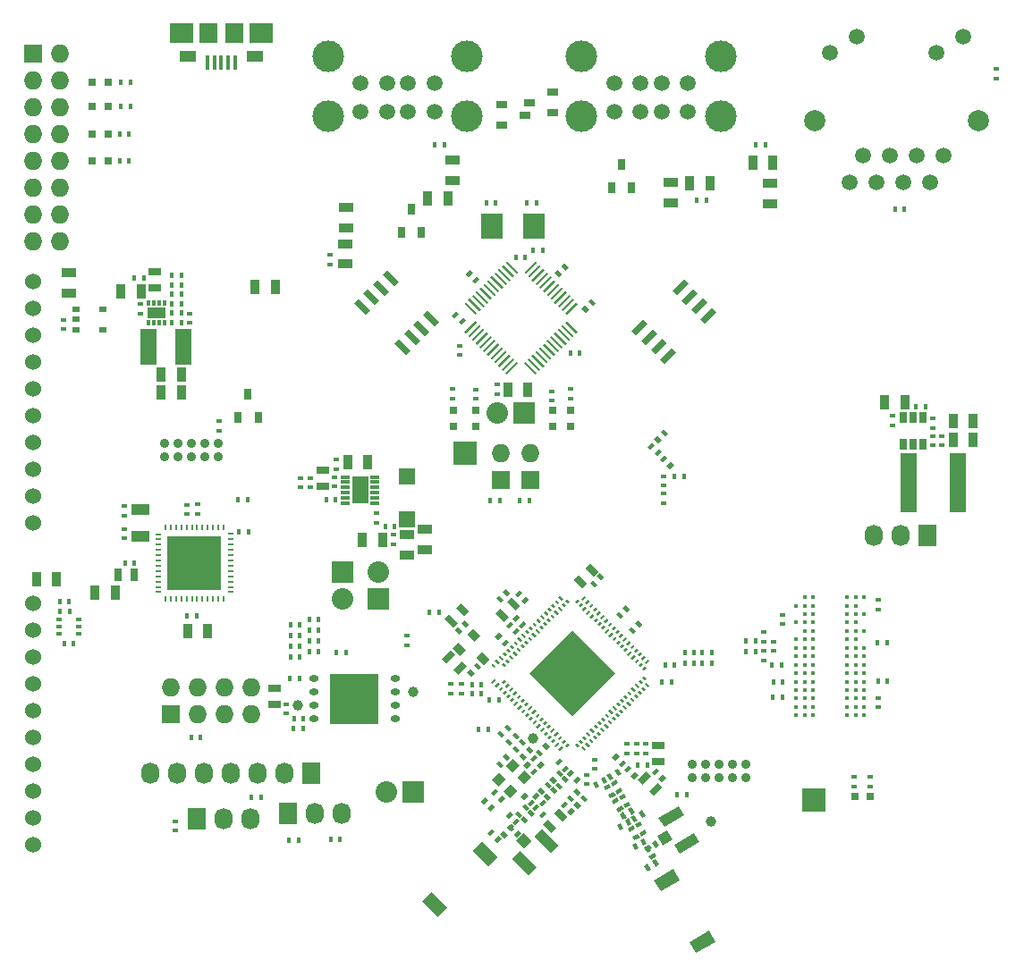
<source format=gbr>
G04 #@! TF.FileFunction,Soldermask,Top*
%FSLAX46Y46*%
G04 Gerber Fmt 4.6, Leading zero omitted, Abs format (unit mm)*
G04 Created by KiCad (PCBNEW 0.201412111631+5320~19~ubuntu14.04.1-product) date Sun 21 Dec 2014 08:53:37 PM PST*
%MOMM*%
G01*
G04 APERTURE LIST*
%ADD10C,0.100000*%
%ADD11R,0.398780X0.599440*%
%ADD12R,0.599440X0.398780*%
%ADD13R,1.727200X2.032000*%
%ADD14O,1.727200X2.032000*%
%ADD15R,0.889000X1.397000*%
%ADD16R,1.397000X0.889000*%
%ADD17R,0.797560X0.797560*%
%ADD18R,0.800100X1.000760*%
%ADD19R,1.000760X0.800100*%
%ADD20R,2.032000X2.032000*%
%ADD21O,2.032000X2.032000*%
%ADD22R,1.727200X1.727200*%
%ADD23O,1.727200X1.727200*%
%ADD24R,0.400000X1.400000*%
%ADD25R,2.300000X1.900000*%
%ADD26R,1.700000X1.900000*%
%ADD27R,1.500000X1.000000*%
%ADD28C,1.500000*%
%ADD29C,3.000000*%
%ADD30C,1.524000*%
%ADD31C,2.000000*%
%ADD32R,0.635000X1.143000*%
%ADD33R,0.300000X0.500000*%
%ADD34R,1.700000X1.000000*%
%ADD35R,0.701040X1.000760*%
%ADD36R,0.850000X0.300000*%
%ADD37R,1.600000X2.600000*%
%ADD38R,0.599440X0.248920*%
%ADD39R,0.248920X0.599440*%
%ADD40R,5.150000X5.150000*%
%ADD41R,1.800000X1.000000*%
%ADD42R,2.000000X2.400000*%
%ADD43R,2.235200X2.235200*%
%ADD44C,0.889000*%
%ADD45O,0.900000X0.600000*%
%ADD46R,4.650000X4.800000*%
%ADD47R,0.500000X0.400000*%
%ADD48R,0.762000X0.508000*%
%ADD49R,1.143000X0.635000*%
%ADD50C,0.450000*%
%ADD51R,1.500000X3.500000*%
%ADD52R,1.500000X1.600000*%
%ADD53R,1.600000X5.700000*%
%ADD54C,1.000000*%
G04 APERTURE END LIST*
D10*
D11*
X169991420Y-109122000D03*
X170890580Y-109122000D03*
D12*
X172600000Y-109180420D03*
X172600000Y-110079580D03*
D10*
G36*
X154865219Y-119340063D02*
X154709656Y-119495626D01*
X154426813Y-119212783D01*
X154582376Y-119057220D01*
X154865219Y-119340063D01*
X154865219Y-119340063D01*
G37*
G36*
X155218772Y-118986510D02*
X155063209Y-119142073D01*
X154780366Y-118859230D01*
X154935929Y-118703667D01*
X155218772Y-118986510D01*
X155218772Y-118986510D01*
G37*
G36*
X155572325Y-118632956D02*
X155416762Y-118788519D01*
X155133919Y-118505676D01*
X155289482Y-118350113D01*
X155572325Y-118632956D01*
X155572325Y-118632956D01*
G37*
G36*
X155925879Y-118279403D02*
X155770316Y-118434966D01*
X155487473Y-118152123D01*
X155643036Y-117996560D01*
X155925879Y-118279403D01*
X155925879Y-118279403D01*
G37*
G36*
X156279432Y-117925850D02*
X156123869Y-118081413D01*
X155841026Y-117798570D01*
X155996589Y-117643007D01*
X156279432Y-117925850D01*
X156279432Y-117925850D01*
G37*
G36*
X156632985Y-117572296D02*
X156477422Y-117727859D01*
X156194579Y-117445016D01*
X156350142Y-117289453D01*
X156632985Y-117572296D01*
X156632985Y-117572296D01*
G37*
G36*
X156986539Y-117218743D02*
X156830976Y-117374306D01*
X156548133Y-117091463D01*
X156703696Y-116935900D01*
X156986539Y-117218743D01*
X156986539Y-117218743D01*
G37*
G36*
X157340092Y-116865189D02*
X157184529Y-117020752D01*
X156901686Y-116737909D01*
X157057249Y-116582346D01*
X157340092Y-116865189D01*
X157340092Y-116865189D01*
G37*
G36*
X157693646Y-116511636D02*
X157538083Y-116667199D01*
X157255240Y-116384356D01*
X157410803Y-116228793D01*
X157693646Y-116511636D01*
X157693646Y-116511636D01*
G37*
G36*
X158047199Y-116158083D02*
X157891636Y-116313646D01*
X157608793Y-116030803D01*
X157764356Y-115875240D01*
X158047199Y-116158083D01*
X158047199Y-116158083D01*
G37*
G36*
X158400752Y-115804529D02*
X158245189Y-115960092D01*
X157962346Y-115677249D01*
X158117909Y-115521686D01*
X158400752Y-115804529D01*
X158400752Y-115804529D01*
G37*
G36*
X158754306Y-115450976D02*
X158598743Y-115606539D01*
X158315900Y-115323696D01*
X158471463Y-115168133D01*
X158754306Y-115450976D01*
X158754306Y-115450976D01*
G37*
G36*
X159107859Y-115097422D02*
X158952296Y-115252985D01*
X158669453Y-114970142D01*
X158825016Y-114814579D01*
X159107859Y-115097422D01*
X159107859Y-115097422D01*
G37*
G36*
X159461413Y-114743869D02*
X159305850Y-114899432D01*
X159023007Y-114616589D01*
X159178570Y-114461026D01*
X159461413Y-114743869D01*
X159461413Y-114743869D01*
G37*
G36*
X159814966Y-114390316D02*
X159659403Y-114545879D01*
X159376560Y-114263036D01*
X159532123Y-114107473D01*
X159814966Y-114390316D01*
X159814966Y-114390316D01*
G37*
G36*
X160168519Y-114036762D02*
X160012956Y-114192325D01*
X159730113Y-113909482D01*
X159885676Y-113753919D01*
X160168519Y-114036762D01*
X160168519Y-114036762D01*
G37*
G36*
X160522073Y-113683209D02*
X160366510Y-113838772D01*
X160083667Y-113555929D01*
X160239230Y-113400366D01*
X160522073Y-113683209D01*
X160522073Y-113683209D01*
G37*
G36*
X160875626Y-113329656D02*
X160720063Y-113485219D01*
X160437220Y-113202376D01*
X160592783Y-113046813D01*
X160875626Y-113329656D01*
X160875626Y-113329656D01*
G37*
G36*
X154228822Y-119057220D02*
X154073259Y-119212783D01*
X153790416Y-118929940D01*
X153945979Y-118774377D01*
X154228822Y-119057220D01*
X154228822Y-119057220D01*
G37*
G36*
X154582376Y-118703667D02*
X154426813Y-118859230D01*
X154143970Y-118576387D01*
X154299533Y-118420824D01*
X154582376Y-118703667D01*
X154582376Y-118703667D01*
G37*
G36*
X154935929Y-118350114D02*
X154780366Y-118505677D01*
X154497523Y-118222834D01*
X154653086Y-118067271D01*
X154935929Y-118350114D01*
X154935929Y-118350114D01*
G37*
G36*
X155289483Y-117996560D02*
X155133920Y-118152123D01*
X154851077Y-117869280D01*
X155006640Y-117713717D01*
X155289483Y-117996560D01*
X155289483Y-117996560D01*
G37*
G36*
X155643036Y-117643007D02*
X155487473Y-117798570D01*
X155204630Y-117515727D01*
X155360193Y-117360164D01*
X155643036Y-117643007D01*
X155643036Y-117643007D01*
G37*
G36*
X155996589Y-117289453D02*
X155841026Y-117445016D01*
X155558183Y-117162173D01*
X155713746Y-117006610D01*
X155996589Y-117289453D01*
X155996589Y-117289453D01*
G37*
G36*
X156350143Y-116935900D02*
X156194580Y-117091463D01*
X155911737Y-116808620D01*
X156067300Y-116653057D01*
X156350143Y-116935900D01*
X156350143Y-116935900D01*
G37*
G36*
X156703696Y-116582347D02*
X156548133Y-116737910D01*
X156265290Y-116455067D01*
X156420853Y-116299504D01*
X156703696Y-116582347D01*
X156703696Y-116582347D01*
G37*
G36*
X157057250Y-116228793D02*
X156901687Y-116384356D01*
X156618844Y-116101513D01*
X156774407Y-115945950D01*
X157057250Y-116228793D01*
X157057250Y-116228793D01*
G37*
G36*
X157410803Y-115875240D02*
X157255240Y-116030803D01*
X156972397Y-115747960D01*
X157127960Y-115592397D01*
X157410803Y-115875240D01*
X157410803Y-115875240D01*
G37*
G36*
X157764356Y-115521687D02*
X157608793Y-115677250D01*
X157325950Y-115394407D01*
X157481513Y-115238844D01*
X157764356Y-115521687D01*
X157764356Y-115521687D01*
G37*
G36*
X158117910Y-115168133D02*
X157962347Y-115323696D01*
X157679504Y-115040853D01*
X157835067Y-114885290D01*
X158117910Y-115168133D01*
X158117910Y-115168133D01*
G37*
G36*
X158471463Y-114814580D02*
X158315900Y-114970143D01*
X158033057Y-114687300D01*
X158188620Y-114531737D01*
X158471463Y-114814580D01*
X158471463Y-114814580D01*
G37*
G36*
X158825016Y-114461026D02*
X158669453Y-114616589D01*
X158386610Y-114333746D01*
X158542173Y-114178183D01*
X158825016Y-114461026D01*
X158825016Y-114461026D01*
G37*
G36*
X159178570Y-114107473D02*
X159023007Y-114263036D01*
X158740164Y-113980193D01*
X158895727Y-113824630D01*
X159178570Y-114107473D01*
X159178570Y-114107473D01*
G37*
G36*
X159532123Y-113753920D02*
X159376560Y-113909483D01*
X159093717Y-113626640D01*
X159249280Y-113471077D01*
X159532123Y-113753920D01*
X159532123Y-113753920D01*
G37*
G36*
X159885677Y-113400366D02*
X159730114Y-113555929D01*
X159447271Y-113273086D01*
X159602834Y-113117523D01*
X159885677Y-113400366D01*
X159885677Y-113400366D01*
G37*
G36*
X160239230Y-113046813D02*
X160083667Y-113202376D01*
X159800824Y-112919533D01*
X159956387Y-112763970D01*
X160239230Y-113046813D01*
X160239230Y-113046813D01*
G37*
G36*
X160592783Y-112693259D02*
X160437220Y-112848822D01*
X160154377Y-112565979D01*
X160309940Y-112410416D01*
X160592783Y-112693259D01*
X160592783Y-112693259D01*
G37*
G36*
X152673187Y-105127217D02*
X152517624Y-105282780D01*
X152234781Y-104999937D01*
X152390344Y-104844374D01*
X152673187Y-105127217D01*
X152673187Y-105127217D01*
G37*
G36*
X152319634Y-105480770D02*
X152164071Y-105636333D01*
X151881228Y-105353490D01*
X152036791Y-105197927D01*
X152319634Y-105480770D01*
X152319634Y-105480770D01*
G37*
G36*
X151966081Y-105834324D02*
X151810518Y-105989887D01*
X151527675Y-105707044D01*
X151683238Y-105551481D01*
X151966081Y-105834324D01*
X151966081Y-105834324D01*
G37*
G36*
X151612527Y-106187877D02*
X151456964Y-106343440D01*
X151174121Y-106060597D01*
X151329684Y-105905034D01*
X151612527Y-106187877D01*
X151612527Y-106187877D01*
G37*
G36*
X151258974Y-106541430D02*
X151103411Y-106696993D01*
X150820568Y-106414150D01*
X150976131Y-106258587D01*
X151258974Y-106541430D01*
X151258974Y-106541430D01*
G37*
G36*
X150905421Y-106894984D02*
X150749858Y-107050547D01*
X150467015Y-106767704D01*
X150622578Y-106612141D01*
X150905421Y-106894984D01*
X150905421Y-106894984D01*
G37*
G36*
X150551867Y-107248537D02*
X150396304Y-107404100D01*
X150113461Y-107121257D01*
X150269024Y-106965694D01*
X150551867Y-107248537D01*
X150551867Y-107248537D01*
G37*
G36*
X150198314Y-107602091D02*
X150042751Y-107757654D01*
X149759908Y-107474811D01*
X149915471Y-107319248D01*
X150198314Y-107602091D01*
X150198314Y-107602091D01*
G37*
G36*
X149844760Y-107955644D02*
X149689197Y-108111207D01*
X149406354Y-107828364D01*
X149561917Y-107672801D01*
X149844760Y-107955644D01*
X149844760Y-107955644D01*
G37*
G36*
X149491207Y-108309197D02*
X149335644Y-108464760D01*
X149052801Y-108181917D01*
X149208364Y-108026354D01*
X149491207Y-108309197D01*
X149491207Y-108309197D01*
G37*
G36*
X149137654Y-108662751D02*
X148982091Y-108818314D01*
X148699248Y-108535471D01*
X148854811Y-108379908D01*
X149137654Y-108662751D01*
X149137654Y-108662751D01*
G37*
G36*
X148784100Y-109016304D02*
X148628537Y-109171867D01*
X148345694Y-108889024D01*
X148501257Y-108733461D01*
X148784100Y-109016304D01*
X148784100Y-109016304D01*
G37*
G36*
X148430547Y-109369858D02*
X148274984Y-109525421D01*
X147992141Y-109242578D01*
X148147704Y-109087015D01*
X148430547Y-109369858D01*
X148430547Y-109369858D01*
G37*
G36*
X148076993Y-109723411D02*
X147921430Y-109878974D01*
X147638587Y-109596131D01*
X147794150Y-109440568D01*
X148076993Y-109723411D01*
X148076993Y-109723411D01*
G37*
G36*
X147723440Y-110076964D02*
X147567877Y-110232527D01*
X147285034Y-109949684D01*
X147440597Y-109794121D01*
X147723440Y-110076964D01*
X147723440Y-110076964D01*
G37*
G36*
X147369887Y-110430518D02*
X147214324Y-110586081D01*
X146931481Y-110303238D01*
X147087044Y-110147675D01*
X147369887Y-110430518D01*
X147369887Y-110430518D01*
G37*
G36*
X147016333Y-110784071D02*
X146860770Y-110939634D01*
X146577927Y-110656791D01*
X146733490Y-110501228D01*
X147016333Y-110784071D01*
X147016333Y-110784071D01*
G37*
G36*
X146662780Y-111137624D02*
X146507217Y-111293187D01*
X146224374Y-111010344D01*
X146379937Y-110854781D01*
X146662780Y-111137624D01*
X146662780Y-111137624D01*
G37*
G36*
X146309226Y-111491178D02*
X146153663Y-111646741D01*
X145870820Y-111363898D01*
X146026383Y-111208335D01*
X146309226Y-111491178D01*
X146309226Y-111491178D01*
G37*
G36*
X153309584Y-105410060D02*
X153154021Y-105565623D01*
X152871178Y-105282780D01*
X153026741Y-105127217D01*
X153309584Y-105410060D01*
X153309584Y-105410060D01*
G37*
G36*
X152956030Y-105763613D02*
X152800467Y-105919176D01*
X152517624Y-105636333D01*
X152673187Y-105480770D01*
X152956030Y-105763613D01*
X152956030Y-105763613D01*
G37*
G36*
X152602477Y-106117166D02*
X152446914Y-106272729D01*
X152164071Y-105989886D01*
X152319634Y-105834323D01*
X152602477Y-106117166D01*
X152602477Y-106117166D01*
G37*
G36*
X152248923Y-106470720D02*
X152093360Y-106626283D01*
X151810517Y-106343440D01*
X151966080Y-106187877D01*
X152248923Y-106470720D01*
X152248923Y-106470720D01*
G37*
G36*
X151895370Y-106824273D02*
X151739807Y-106979836D01*
X151456964Y-106696993D01*
X151612527Y-106541430D01*
X151895370Y-106824273D01*
X151895370Y-106824273D01*
G37*
G36*
X151541817Y-107177827D02*
X151386254Y-107333390D01*
X151103411Y-107050547D01*
X151258974Y-106894984D01*
X151541817Y-107177827D01*
X151541817Y-107177827D01*
G37*
G36*
X151188263Y-107531380D02*
X151032700Y-107686943D01*
X150749857Y-107404100D01*
X150905420Y-107248537D01*
X151188263Y-107531380D01*
X151188263Y-107531380D01*
G37*
G36*
X150834710Y-107884933D02*
X150679147Y-108040496D01*
X150396304Y-107757653D01*
X150551867Y-107602090D01*
X150834710Y-107884933D01*
X150834710Y-107884933D01*
G37*
G36*
X150481156Y-108238487D02*
X150325593Y-108394050D01*
X150042750Y-108111207D01*
X150198313Y-107955644D01*
X150481156Y-108238487D01*
X150481156Y-108238487D01*
G37*
G36*
X150127603Y-108592040D02*
X149972040Y-108747603D01*
X149689197Y-108464760D01*
X149844760Y-108309197D01*
X150127603Y-108592040D01*
X150127603Y-108592040D01*
G37*
G36*
X149774050Y-108945593D02*
X149618487Y-109101156D01*
X149335644Y-108818313D01*
X149491207Y-108662750D01*
X149774050Y-108945593D01*
X149774050Y-108945593D01*
G37*
G36*
X149420496Y-109299147D02*
X149264933Y-109454710D01*
X148982090Y-109171867D01*
X149137653Y-109016304D01*
X149420496Y-109299147D01*
X149420496Y-109299147D01*
G37*
G36*
X149066943Y-109652700D02*
X148911380Y-109808263D01*
X148628537Y-109525420D01*
X148784100Y-109369857D01*
X149066943Y-109652700D01*
X149066943Y-109652700D01*
G37*
G36*
X148713390Y-110006254D02*
X148557827Y-110161817D01*
X148274984Y-109878974D01*
X148430547Y-109723411D01*
X148713390Y-110006254D01*
X148713390Y-110006254D01*
G37*
G36*
X148359836Y-110359807D02*
X148204273Y-110515370D01*
X147921430Y-110232527D01*
X148076993Y-110076964D01*
X148359836Y-110359807D01*
X148359836Y-110359807D01*
G37*
G36*
X148006283Y-110713360D02*
X147850720Y-110868923D01*
X147567877Y-110586080D01*
X147723440Y-110430517D01*
X148006283Y-110713360D01*
X148006283Y-110713360D01*
G37*
G36*
X147652729Y-111066914D02*
X147497166Y-111222477D01*
X147214323Y-110939634D01*
X147369886Y-110784071D01*
X147652729Y-111066914D01*
X147652729Y-111066914D01*
G37*
G36*
X147299176Y-111420467D02*
X147143613Y-111576030D01*
X146860770Y-111293187D01*
X147016333Y-111137624D01*
X147299176Y-111420467D01*
X147299176Y-111420467D01*
G37*
G36*
X160875626Y-111010344D02*
X160592783Y-111293187D01*
X160437220Y-111137624D01*
X160720063Y-110854781D01*
X160875626Y-111010344D01*
X160875626Y-111010344D01*
G37*
G36*
X160522073Y-110656791D02*
X160239230Y-110939634D01*
X160083667Y-110784071D01*
X160366510Y-110501228D01*
X160522073Y-110656791D01*
X160522073Y-110656791D01*
G37*
G36*
X160168519Y-110303238D02*
X159885676Y-110586081D01*
X159730113Y-110430518D01*
X160012956Y-110147675D01*
X160168519Y-110303238D01*
X160168519Y-110303238D01*
G37*
G36*
X159814966Y-109949684D02*
X159532123Y-110232527D01*
X159376560Y-110076964D01*
X159659403Y-109794121D01*
X159814966Y-109949684D01*
X159814966Y-109949684D01*
G37*
G36*
X159461413Y-109596131D02*
X159178570Y-109878974D01*
X159023007Y-109723411D01*
X159305850Y-109440568D01*
X159461413Y-109596131D01*
X159461413Y-109596131D01*
G37*
G36*
X159107859Y-109242578D02*
X158825016Y-109525421D01*
X158669453Y-109369858D01*
X158952296Y-109087015D01*
X159107859Y-109242578D01*
X159107859Y-109242578D01*
G37*
G36*
X158754306Y-108889024D02*
X158471463Y-109171867D01*
X158315900Y-109016304D01*
X158598743Y-108733461D01*
X158754306Y-108889024D01*
X158754306Y-108889024D01*
G37*
G36*
X158400752Y-108535471D02*
X158117909Y-108818314D01*
X157962346Y-108662751D01*
X158245189Y-108379908D01*
X158400752Y-108535471D01*
X158400752Y-108535471D01*
G37*
G36*
X158047199Y-108181917D02*
X157764356Y-108464760D01*
X157608793Y-108309197D01*
X157891636Y-108026354D01*
X158047199Y-108181917D01*
X158047199Y-108181917D01*
G37*
G36*
X157693646Y-107828364D02*
X157410803Y-108111207D01*
X157255240Y-107955644D01*
X157538083Y-107672801D01*
X157693646Y-107828364D01*
X157693646Y-107828364D01*
G37*
G36*
X157340092Y-107474811D02*
X157057249Y-107757654D01*
X156901686Y-107602091D01*
X157184529Y-107319248D01*
X157340092Y-107474811D01*
X157340092Y-107474811D01*
G37*
G36*
X156986539Y-107121257D02*
X156703696Y-107404100D01*
X156548133Y-107248537D01*
X156830976Y-106965694D01*
X156986539Y-107121257D01*
X156986539Y-107121257D01*
G37*
G36*
X156632985Y-106767704D02*
X156350142Y-107050547D01*
X156194579Y-106894984D01*
X156477422Y-106612141D01*
X156632985Y-106767704D01*
X156632985Y-106767704D01*
G37*
G36*
X156279432Y-106414150D02*
X155996589Y-106696993D01*
X155841026Y-106541430D01*
X156123869Y-106258587D01*
X156279432Y-106414150D01*
X156279432Y-106414150D01*
G37*
G36*
X155925879Y-106060597D02*
X155643036Y-106343440D01*
X155487473Y-106187877D01*
X155770316Y-105905034D01*
X155925879Y-106060597D01*
X155925879Y-106060597D01*
G37*
G36*
X155572325Y-105707044D02*
X155289482Y-105989887D01*
X155133919Y-105834324D01*
X155416762Y-105551481D01*
X155572325Y-105707044D01*
X155572325Y-105707044D01*
G37*
G36*
X155218772Y-105353490D02*
X154935929Y-105636333D01*
X154780366Y-105480770D01*
X155063209Y-105197927D01*
X155218772Y-105353490D01*
X155218772Y-105353490D01*
G37*
G36*
X154865219Y-104999937D02*
X154582376Y-105282780D01*
X154426813Y-105127217D01*
X154709656Y-104844374D01*
X154865219Y-104999937D01*
X154865219Y-104999937D01*
G37*
G36*
X160592783Y-111646741D02*
X160309940Y-111929584D01*
X160154377Y-111774021D01*
X160437220Y-111491178D01*
X160592783Y-111646741D01*
X160592783Y-111646741D01*
G37*
G36*
X160239230Y-111293187D02*
X159956387Y-111576030D01*
X159800824Y-111420467D01*
X160083667Y-111137624D01*
X160239230Y-111293187D01*
X160239230Y-111293187D01*
G37*
G36*
X159885677Y-110939634D02*
X159602834Y-111222477D01*
X159447271Y-111066914D01*
X159730114Y-110784071D01*
X159885677Y-110939634D01*
X159885677Y-110939634D01*
G37*
G36*
X159532123Y-110586080D02*
X159249280Y-110868923D01*
X159093717Y-110713360D01*
X159376560Y-110430517D01*
X159532123Y-110586080D01*
X159532123Y-110586080D01*
G37*
G36*
X159178570Y-110232527D02*
X158895727Y-110515370D01*
X158740164Y-110359807D01*
X159023007Y-110076964D01*
X159178570Y-110232527D01*
X159178570Y-110232527D01*
G37*
G36*
X158825016Y-109878974D02*
X158542173Y-110161817D01*
X158386610Y-110006254D01*
X158669453Y-109723411D01*
X158825016Y-109878974D01*
X158825016Y-109878974D01*
G37*
G36*
X158471463Y-109525420D02*
X158188620Y-109808263D01*
X158033057Y-109652700D01*
X158315900Y-109369857D01*
X158471463Y-109525420D01*
X158471463Y-109525420D01*
G37*
G36*
X158117910Y-109171867D02*
X157835067Y-109454710D01*
X157679504Y-109299147D01*
X157962347Y-109016304D01*
X158117910Y-109171867D01*
X158117910Y-109171867D01*
G37*
G36*
X157764356Y-108818313D02*
X157481513Y-109101156D01*
X157325950Y-108945593D01*
X157608793Y-108662750D01*
X157764356Y-108818313D01*
X157764356Y-108818313D01*
G37*
G36*
X157410803Y-108464760D02*
X157127960Y-108747603D01*
X156972397Y-108592040D01*
X157255240Y-108309197D01*
X157410803Y-108464760D01*
X157410803Y-108464760D01*
G37*
G36*
X157057250Y-108111207D02*
X156774407Y-108394050D01*
X156618844Y-108238487D01*
X156901687Y-107955644D01*
X157057250Y-108111207D01*
X157057250Y-108111207D01*
G37*
G36*
X156703696Y-107757653D02*
X156420853Y-108040496D01*
X156265290Y-107884933D01*
X156548133Y-107602090D01*
X156703696Y-107757653D01*
X156703696Y-107757653D01*
G37*
G36*
X156350143Y-107404100D02*
X156067300Y-107686943D01*
X155911737Y-107531380D01*
X156194580Y-107248537D01*
X156350143Y-107404100D01*
X156350143Y-107404100D01*
G37*
G36*
X155996589Y-107050547D02*
X155713746Y-107333390D01*
X155558183Y-107177827D01*
X155841026Y-106894984D01*
X155996589Y-107050547D01*
X155996589Y-107050547D01*
G37*
G36*
X155643036Y-106696993D02*
X155360193Y-106979836D01*
X155204630Y-106824273D01*
X155487473Y-106541430D01*
X155643036Y-106696993D01*
X155643036Y-106696993D01*
G37*
G36*
X155289483Y-106343440D02*
X155006640Y-106626283D01*
X154851077Y-106470720D01*
X155133920Y-106187877D01*
X155289483Y-106343440D01*
X155289483Y-106343440D01*
G37*
G36*
X154935929Y-105989886D02*
X154653086Y-106272729D01*
X154497523Y-106117166D01*
X154780366Y-105834323D01*
X154935929Y-105989886D01*
X154935929Y-105989886D01*
G37*
G36*
X154582376Y-105636333D02*
X154299533Y-105919176D01*
X154143970Y-105763613D01*
X154426813Y-105480770D01*
X154582376Y-105636333D01*
X154582376Y-105636333D01*
G37*
G36*
X154228822Y-105282780D02*
X153945979Y-105565623D01*
X153790416Y-105410060D01*
X154073259Y-105127217D01*
X154228822Y-105282780D01*
X154228822Y-105282780D01*
G37*
G36*
X146309226Y-112848822D02*
X146026383Y-113131665D01*
X145870820Y-112976102D01*
X146153663Y-112693259D01*
X146309226Y-112848822D01*
X146309226Y-112848822D01*
G37*
G36*
X146662780Y-113202376D02*
X146379937Y-113485219D01*
X146224374Y-113329656D01*
X146507217Y-113046813D01*
X146662780Y-113202376D01*
X146662780Y-113202376D01*
G37*
G36*
X147016333Y-113555929D02*
X146733490Y-113838772D01*
X146577927Y-113683209D01*
X146860770Y-113400366D01*
X147016333Y-113555929D01*
X147016333Y-113555929D01*
G37*
G36*
X147369887Y-113909482D02*
X147087044Y-114192325D01*
X146931481Y-114036762D01*
X147214324Y-113753919D01*
X147369887Y-113909482D01*
X147369887Y-113909482D01*
G37*
G36*
X147723440Y-114263036D02*
X147440597Y-114545879D01*
X147285034Y-114390316D01*
X147567877Y-114107473D01*
X147723440Y-114263036D01*
X147723440Y-114263036D01*
G37*
G36*
X148076993Y-114616589D02*
X147794150Y-114899432D01*
X147638587Y-114743869D01*
X147921430Y-114461026D01*
X148076993Y-114616589D01*
X148076993Y-114616589D01*
G37*
G36*
X148430547Y-114970142D02*
X148147704Y-115252985D01*
X147992141Y-115097422D01*
X148274984Y-114814579D01*
X148430547Y-114970142D01*
X148430547Y-114970142D01*
G37*
G36*
X148784100Y-115323696D02*
X148501257Y-115606539D01*
X148345694Y-115450976D01*
X148628537Y-115168133D01*
X148784100Y-115323696D01*
X148784100Y-115323696D01*
G37*
G36*
X149137654Y-115677249D02*
X148854811Y-115960092D01*
X148699248Y-115804529D01*
X148982091Y-115521686D01*
X149137654Y-115677249D01*
X149137654Y-115677249D01*
G37*
G36*
X149491207Y-116030803D02*
X149208364Y-116313646D01*
X149052801Y-116158083D01*
X149335644Y-115875240D01*
X149491207Y-116030803D01*
X149491207Y-116030803D01*
G37*
G36*
X149844760Y-116384356D02*
X149561917Y-116667199D01*
X149406354Y-116511636D01*
X149689197Y-116228793D01*
X149844760Y-116384356D01*
X149844760Y-116384356D01*
G37*
G36*
X150198314Y-116737909D02*
X149915471Y-117020752D01*
X149759908Y-116865189D01*
X150042751Y-116582346D01*
X150198314Y-116737909D01*
X150198314Y-116737909D01*
G37*
G36*
X150551867Y-117091463D02*
X150269024Y-117374306D01*
X150113461Y-117218743D01*
X150396304Y-116935900D01*
X150551867Y-117091463D01*
X150551867Y-117091463D01*
G37*
G36*
X150905421Y-117445016D02*
X150622578Y-117727859D01*
X150467015Y-117572296D01*
X150749858Y-117289453D01*
X150905421Y-117445016D01*
X150905421Y-117445016D01*
G37*
G36*
X151258974Y-117798570D02*
X150976131Y-118081413D01*
X150820568Y-117925850D01*
X151103411Y-117643007D01*
X151258974Y-117798570D01*
X151258974Y-117798570D01*
G37*
G36*
X151612527Y-118152123D02*
X151329684Y-118434966D01*
X151174121Y-118279403D01*
X151456964Y-117996560D01*
X151612527Y-118152123D01*
X151612527Y-118152123D01*
G37*
G36*
X151966081Y-118505676D02*
X151683238Y-118788519D01*
X151527675Y-118632956D01*
X151810518Y-118350113D01*
X151966081Y-118505676D01*
X151966081Y-118505676D01*
G37*
G36*
X152319634Y-118859230D02*
X152036791Y-119142073D01*
X151881228Y-118986510D01*
X152164071Y-118703667D01*
X152319634Y-118859230D01*
X152319634Y-118859230D01*
G37*
G36*
X152673187Y-119212783D02*
X152390344Y-119495626D01*
X152234781Y-119340063D01*
X152517624Y-119057220D01*
X152673187Y-119212783D01*
X152673187Y-119212783D01*
G37*
G36*
X147299176Y-112919533D02*
X147016333Y-113202376D01*
X146860770Y-113046813D01*
X147143613Y-112763970D01*
X147299176Y-112919533D01*
X147299176Y-112919533D01*
G37*
G36*
X147652729Y-113273086D02*
X147369886Y-113555929D01*
X147214323Y-113400366D01*
X147497166Y-113117523D01*
X147652729Y-113273086D01*
X147652729Y-113273086D01*
G37*
G36*
X148006283Y-113626640D02*
X147723440Y-113909483D01*
X147567877Y-113753920D01*
X147850720Y-113471077D01*
X148006283Y-113626640D01*
X148006283Y-113626640D01*
G37*
G36*
X148359836Y-113980193D02*
X148076993Y-114263036D01*
X147921430Y-114107473D01*
X148204273Y-113824630D01*
X148359836Y-113980193D01*
X148359836Y-113980193D01*
G37*
G36*
X148713390Y-114333746D02*
X148430547Y-114616589D01*
X148274984Y-114461026D01*
X148557827Y-114178183D01*
X148713390Y-114333746D01*
X148713390Y-114333746D01*
G37*
G36*
X149066943Y-114687300D02*
X148784100Y-114970143D01*
X148628537Y-114814580D01*
X148911380Y-114531737D01*
X149066943Y-114687300D01*
X149066943Y-114687300D01*
G37*
G36*
X149420496Y-115040853D02*
X149137653Y-115323696D01*
X148982090Y-115168133D01*
X149264933Y-114885290D01*
X149420496Y-115040853D01*
X149420496Y-115040853D01*
G37*
G36*
X149774050Y-115394407D02*
X149491207Y-115677250D01*
X149335644Y-115521687D01*
X149618487Y-115238844D01*
X149774050Y-115394407D01*
X149774050Y-115394407D01*
G37*
G36*
X150127603Y-115747960D02*
X149844760Y-116030803D01*
X149689197Y-115875240D01*
X149972040Y-115592397D01*
X150127603Y-115747960D01*
X150127603Y-115747960D01*
G37*
G36*
X150481156Y-116101513D02*
X150198313Y-116384356D01*
X150042750Y-116228793D01*
X150325593Y-115945950D01*
X150481156Y-116101513D01*
X150481156Y-116101513D01*
G37*
G36*
X150834710Y-116455067D02*
X150551867Y-116737910D01*
X150396304Y-116582347D01*
X150679147Y-116299504D01*
X150834710Y-116455067D01*
X150834710Y-116455067D01*
G37*
G36*
X151188263Y-116808620D02*
X150905420Y-117091463D01*
X150749857Y-116935900D01*
X151032700Y-116653057D01*
X151188263Y-116808620D01*
X151188263Y-116808620D01*
G37*
G36*
X151541817Y-117162173D02*
X151258974Y-117445016D01*
X151103411Y-117289453D01*
X151386254Y-117006610D01*
X151541817Y-117162173D01*
X151541817Y-117162173D01*
G37*
G36*
X151895370Y-117515727D02*
X151612527Y-117798570D01*
X151456964Y-117643007D01*
X151739807Y-117360164D01*
X151895370Y-117515727D01*
X151895370Y-117515727D01*
G37*
G36*
X152248923Y-117869280D02*
X151966080Y-118152123D01*
X151810517Y-117996560D01*
X152093360Y-117713717D01*
X152248923Y-117869280D01*
X152248923Y-117869280D01*
G37*
G36*
X152602477Y-118222834D02*
X152319634Y-118505677D01*
X152164071Y-118350114D01*
X152446914Y-118067271D01*
X152602477Y-118222834D01*
X152602477Y-118222834D01*
G37*
G36*
X152956030Y-118576387D02*
X152673187Y-118859230D01*
X152517624Y-118703667D01*
X152800467Y-118420824D01*
X152956030Y-118576387D01*
X152956030Y-118576387D01*
G37*
G36*
X153309584Y-118929940D02*
X153026741Y-119212783D01*
X152871178Y-119057220D01*
X153154021Y-118774377D01*
X153309584Y-118929940D01*
X153309584Y-118929940D01*
G37*
G36*
X157651219Y-112170000D02*
X153550000Y-116271219D01*
X149448781Y-112170000D01*
X153550000Y-108068781D01*
X157651219Y-112170000D01*
X157651219Y-112170000D01*
G37*
D13*
X187141172Y-99101150D03*
D14*
X184601172Y-99101150D03*
X182061172Y-99101150D03*
D10*
G36*
X157866363Y-121900752D02*
X157566643Y-121381622D01*
X157911997Y-121182232D01*
X158211717Y-121701362D01*
X157866363Y-121900752D01*
X157866363Y-121900752D01*
G37*
G36*
X157087667Y-122350332D02*
X156787947Y-121831202D01*
X157133301Y-121631812D01*
X157433021Y-122150942D01*
X157087667Y-122350332D01*
X157087667Y-122350332D01*
G37*
D12*
X117094000Y-96197420D03*
X117094000Y-97096580D03*
D10*
G36*
X144966792Y-128085878D02*
X146451716Y-129570802D01*
X145567832Y-130454686D01*
X144082908Y-128969762D01*
X144966792Y-128085878D01*
X144966792Y-128085878D01*
G37*
G36*
X140193822Y-132858848D02*
X141678746Y-134343772D01*
X140794862Y-135227656D01*
X139309938Y-133742732D01*
X140193822Y-132858848D01*
X140193822Y-132858848D01*
G37*
G36*
X161273901Y-131759069D02*
X163092555Y-130709069D01*
X163717555Y-131791601D01*
X161898901Y-132841601D01*
X161273901Y-131759069D01*
X161273901Y-131759069D01*
G37*
G36*
X164648901Y-137604741D02*
X166467555Y-136554741D01*
X167092555Y-137637273D01*
X165273901Y-138687273D01*
X164648901Y-137604741D01*
X164648901Y-137604741D01*
G37*
G36*
X148600931Y-128989434D02*
X150156566Y-130545069D01*
X149414103Y-131287532D01*
X147858468Y-129731897D01*
X148600931Y-128989434D01*
X148600931Y-128989434D01*
G37*
G36*
X150686897Y-126903468D02*
X152242532Y-128459103D01*
X151500069Y-129201566D01*
X149944434Y-127645931D01*
X150686897Y-126903468D01*
X150686897Y-126903468D01*
G37*
G36*
X148954484Y-127292378D02*
X149696946Y-128034840D01*
X148989840Y-128741946D01*
X148247378Y-127999484D01*
X148954484Y-127292378D01*
X148954484Y-127292378D01*
G37*
G36*
X163186654Y-128385115D02*
X165091910Y-127285115D01*
X165616910Y-128194441D01*
X163711654Y-129294441D01*
X163186654Y-128385115D01*
X163186654Y-128385115D01*
G37*
G36*
X161711654Y-125830341D02*
X163616910Y-124730341D01*
X164141910Y-125639667D01*
X162236654Y-126739667D01*
X161711654Y-125830341D01*
X161711654Y-125830341D01*
G37*
G36*
X161638930Y-127604378D02*
X162548256Y-127079378D01*
X163048256Y-127945404D01*
X162138930Y-128470404D01*
X161638930Y-127604378D01*
X161638930Y-127604378D01*
G37*
D11*
X162923160Y-113029619D03*
X162024000Y-113029619D03*
D10*
G36*
X147412425Y-104864642D02*
X146988557Y-104440774D01*
X147270537Y-104158794D01*
X147694405Y-104582662D01*
X147412425Y-104864642D01*
X147412425Y-104864642D01*
G37*
G36*
X146776623Y-105500444D02*
X146352755Y-105076576D01*
X146634735Y-104794596D01*
X147058603Y-105218464D01*
X146776623Y-105500444D01*
X146776623Y-105500444D01*
G37*
D11*
X144674000Y-117529619D03*
X145573160Y-117529619D03*
D10*
G36*
X146935023Y-108561155D02*
X146511155Y-108985023D01*
X146229175Y-108703043D01*
X146653043Y-108279175D01*
X146935023Y-108561155D01*
X146935023Y-108561155D01*
G37*
G36*
X147570825Y-109196957D02*
X147146957Y-109620825D01*
X146864977Y-109338845D01*
X147288845Y-108914977D01*
X147570825Y-109196957D01*
X147570825Y-109196957D01*
G37*
G36*
X159938845Y-107835023D02*
X159514977Y-107411155D01*
X159796957Y-107129175D01*
X160220825Y-107553043D01*
X159938845Y-107835023D01*
X159938845Y-107835023D01*
G37*
G36*
X159303043Y-108470825D02*
X158879175Y-108046957D01*
X159161155Y-107764977D01*
X159585023Y-108188845D01*
X159303043Y-108470825D01*
X159303043Y-108470825D01*
G37*
D12*
X155673580Y-121229199D03*
X155673580Y-120330039D03*
D11*
X164373160Y-123629619D03*
X163474000Y-123629619D03*
X163223160Y-111379619D03*
X162324000Y-111379619D03*
X183373160Y-112929619D03*
X182474000Y-112929619D03*
D10*
G36*
X150360155Y-119344977D02*
X150784023Y-119768845D01*
X150502043Y-120050825D01*
X150078175Y-119626957D01*
X150360155Y-119344977D01*
X150360155Y-119344977D01*
G37*
G36*
X150995957Y-118709175D02*
X151419825Y-119133043D01*
X151137845Y-119415023D01*
X150713977Y-118991155D01*
X150995957Y-118709175D01*
X150995957Y-118709175D01*
G37*
D11*
X172574000Y-112979619D03*
X173473160Y-112979619D03*
X172524000Y-114479619D03*
X173423160Y-114479619D03*
D10*
G36*
X147958603Y-107490774D02*
X147534735Y-107914642D01*
X147252755Y-107632662D01*
X147676623Y-107208794D01*
X147958603Y-107490774D01*
X147958603Y-107490774D01*
G37*
G36*
X148594405Y-108126576D02*
X148170537Y-108550444D01*
X147888557Y-108268464D01*
X148312425Y-107844596D01*
X148594405Y-108126576D01*
X148594405Y-108126576D01*
G37*
G36*
X156288845Y-103385023D02*
X155864977Y-102961155D01*
X156146957Y-102679175D01*
X156570825Y-103103043D01*
X156288845Y-103385023D01*
X156288845Y-103385023D01*
G37*
G36*
X155653043Y-104020825D02*
X155229175Y-103596957D01*
X155511155Y-103314977D01*
X155935023Y-103738845D01*
X155653043Y-104020825D01*
X155653043Y-104020825D01*
G37*
D11*
X145700420Y-114700000D03*
X146599580Y-114700000D03*
D10*
G36*
X146613855Y-120424777D02*
X147037723Y-120848645D01*
X146755743Y-121130625D01*
X146331875Y-120706757D01*
X146613855Y-120424777D01*
X146613855Y-120424777D01*
G37*
G36*
X147249657Y-119788975D02*
X147673525Y-120212843D01*
X147391545Y-120494823D01*
X146967677Y-120070955D01*
X147249657Y-119788975D01*
X147249657Y-119788975D01*
G37*
D12*
X142073580Y-113180039D03*
X142073580Y-114079199D03*
D15*
X147457500Y-85310000D03*
X149362500Y-85310000D03*
D11*
X127174000Y-117379619D03*
X128073160Y-117379619D03*
D12*
X143073580Y-113180039D03*
X143073580Y-114079199D03*
D10*
G36*
X146529723Y-123372955D02*
X146105855Y-123796823D01*
X145823875Y-123514843D01*
X146247743Y-123090975D01*
X146529723Y-123372955D01*
X146529723Y-123372955D01*
G37*
G36*
X147165525Y-124008757D02*
X146741657Y-124432625D01*
X146459677Y-124150645D01*
X146883545Y-123726777D01*
X147165525Y-124008757D01*
X147165525Y-124008757D01*
G37*
D12*
X146423580Y-85729199D03*
X146423580Y-84830039D03*
D10*
G36*
X150276023Y-120134155D02*
X149852155Y-120558023D01*
X149570175Y-120276043D01*
X149994043Y-119852175D01*
X150276023Y-120134155D01*
X150276023Y-120134155D01*
G37*
G36*
X150911825Y-120769957D02*
X150487957Y-121193825D01*
X150205977Y-120911845D01*
X150629845Y-120487977D01*
X150911825Y-120769957D01*
X150911825Y-120769957D01*
G37*
G36*
X148488557Y-107668464D02*
X148912425Y-107244596D01*
X149194405Y-107526576D01*
X148770537Y-107950444D01*
X148488557Y-107668464D01*
X148488557Y-107668464D01*
G37*
G36*
X147852755Y-107032662D02*
X148276623Y-106608794D01*
X148558603Y-106890774D01*
X148134735Y-107314642D01*
X147852755Y-107032662D01*
X147852755Y-107032662D01*
G37*
D12*
X159615201Y-118878321D03*
X159615201Y-119777481D03*
X160513226Y-118878321D03*
X160513226Y-119777481D03*
X158717174Y-118878320D03*
X158717174Y-119777480D03*
D10*
G36*
X153305170Y-123678344D02*
X153729038Y-124102212D01*
X153447058Y-124384192D01*
X153023190Y-123960324D01*
X153305170Y-123678344D01*
X153305170Y-123678344D01*
G37*
G36*
X153940972Y-123042542D02*
X154364840Y-123466410D01*
X154082860Y-123748390D01*
X153658992Y-123324522D01*
X153940972Y-123042542D01*
X153940972Y-123042542D01*
G37*
D11*
X160660080Y-120840500D03*
X159760920Y-120840500D03*
D10*
G36*
X153157540Y-124531024D02*
X152733672Y-124954892D01*
X152451692Y-124672912D01*
X152875560Y-124249044D01*
X153157540Y-124531024D01*
X153157540Y-124531024D01*
G37*
G36*
X153793342Y-125166826D02*
X153369474Y-125590694D01*
X153087494Y-125308714D01*
X153511362Y-124884846D01*
X153793342Y-125166826D01*
X153793342Y-125166826D01*
G37*
G36*
X161699477Y-122181845D02*
X162123345Y-121757977D01*
X162405325Y-122039957D01*
X161981457Y-122463825D01*
X161699477Y-122181845D01*
X161699477Y-122181845D01*
G37*
G36*
X161063675Y-121546043D02*
X161487543Y-121122175D01*
X161769523Y-121404155D01*
X161345655Y-121828023D01*
X161063675Y-121546043D01*
X161063675Y-121546043D01*
G37*
D12*
X171711000Y-110968580D03*
X171711000Y-110069420D03*
X171711000Y-108291420D03*
X171711000Y-109190580D03*
D11*
X165844420Y-111265000D03*
X166743580Y-111265000D03*
X165092580Y-111265000D03*
X164193420Y-111265000D03*
X127185420Y-116459000D03*
X128084580Y-116459000D03*
D10*
G36*
X149641023Y-120769155D02*
X149217155Y-121193023D01*
X148935175Y-120911043D01*
X149359043Y-120487175D01*
X149641023Y-120769155D01*
X149641023Y-120769155D01*
G37*
G36*
X150276825Y-121404957D02*
X149852957Y-121828825D01*
X149570977Y-121546845D01*
X149994845Y-121122977D01*
X150276825Y-121404957D01*
X150276825Y-121404957D01*
G37*
G36*
X153692155Y-121569249D02*
X153268287Y-121993117D01*
X152986307Y-121711137D01*
X153410175Y-121287269D01*
X153692155Y-121569249D01*
X153692155Y-121569249D01*
G37*
G36*
X154327957Y-122205051D02*
X153904089Y-122628919D01*
X153622109Y-122346939D01*
X154045977Y-121923071D01*
X154327957Y-122205051D01*
X154327957Y-122205051D01*
G37*
G36*
X152614526Y-120491617D02*
X152190658Y-120915485D01*
X151908678Y-120633505D01*
X152332546Y-120209637D01*
X152614526Y-120491617D01*
X152614526Y-120491617D01*
G37*
G36*
X153250328Y-121127419D02*
X152826460Y-121551287D01*
X152544480Y-121269307D01*
X152968348Y-120845439D01*
X153250328Y-121127419D01*
X153250328Y-121127419D01*
G37*
G36*
X156546531Y-122662749D02*
X156246811Y-122143619D01*
X156592165Y-121944229D01*
X156891885Y-122463359D01*
X156546531Y-122662749D01*
X156546531Y-122662749D01*
G37*
G36*
X155767835Y-123112329D02*
X155468115Y-122593199D01*
X155813469Y-122393809D01*
X156113189Y-122912939D01*
X155767835Y-123112329D01*
X155767835Y-123112329D01*
G37*
G36*
X151890718Y-123609560D02*
X151466850Y-123185692D01*
X151748830Y-122903712D01*
X152172698Y-123327580D01*
X151890718Y-123609560D01*
X151890718Y-123609560D01*
G37*
G36*
X151254916Y-124245362D02*
X150831048Y-123821494D01*
X151113028Y-123539514D01*
X151536896Y-123963382D01*
X151254916Y-124245362D01*
X151254916Y-124245362D01*
G37*
G36*
X151351901Y-123070752D02*
X150928033Y-122646884D01*
X151210013Y-122364904D01*
X151633881Y-122788772D01*
X151351901Y-123070752D01*
X151351901Y-123070752D01*
G37*
G36*
X150716099Y-123706554D02*
X150292231Y-123282686D01*
X150574211Y-123000706D01*
X150998079Y-123424574D01*
X150716099Y-123706554D01*
X150716099Y-123706554D01*
G37*
G36*
X157977923Y-124280939D02*
X157458793Y-124580659D01*
X157259403Y-124235305D01*
X157778533Y-123935585D01*
X157977923Y-124280939D01*
X157977923Y-124280939D01*
G37*
G36*
X158427503Y-125059635D02*
X157908373Y-125359355D01*
X157708983Y-125014001D01*
X158228113Y-124714281D01*
X158427503Y-125059635D01*
X158427503Y-125059635D01*
G37*
G36*
X158637842Y-123899935D02*
X158118712Y-124199655D01*
X157919322Y-123854301D01*
X158438452Y-123554581D01*
X158637842Y-123899935D01*
X158637842Y-123899935D01*
G37*
G36*
X159087422Y-124678631D02*
X158568292Y-124978351D01*
X158368902Y-124632997D01*
X158888032Y-124333277D01*
X159087422Y-124678631D01*
X159087422Y-124678631D01*
G37*
G36*
X150459271Y-123724505D02*
X150035403Y-124148373D01*
X149753423Y-123866393D01*
X150177291Y-123442525D01*
X150459271Y-123724505D01*
X150459271Y-123724505D01*
G37*
G36*
X151095073Y-124360307D02*
X150671205Y-124784175D01*
X150389225Y-124502195D01*
X150813093Y-124078327D01*
X151095073Y-124360307D01*
X151095073Y-124360307D01*
G37*
G36*
X159111445Y-125581304D02*
X158811725Y-125062174D01*
X159157079Y-124862784D01*
X159456799Y-125381914D01*
X159111445Y-125581304D01*
X159111445Y-125581304D01*
G37*
G36*
X158332749Y-126030884D02*
X158033029Y-125511754D01*
X158378383Y-125312364D01*
X158678103Y-125831494D01*
X158332749Y-126030884D01*
X158332749Y-126030884D01*
G37*
G36*
X149381638Y-123724512D02*
X148957770Y-124148380D01*
X148675790Y-123866400D01*
X149099658Y-123442532D01*
X149381638Y-123724512D01*
X149381638Y-123724512D01*
G37*
G36*
X150017440Y-124360314D02*
X149593572Y-124784182D01*
X149311592Y-124502202D01*
X149735460Y-124078334D01*
X150017440Y-124360314D01*
X150017440Y-124360314D01*
G37*
G36*
X160152350Y-125860217D02*
X159852630Y-125341087D01*
X160197984Y-125141697D01*
X160497704Y-125660827D01*
X160152350Y-125860217D01*
X160152350Y-125860217D01*
G37*
G36*
X159373654Y-126309797D02*
X159073934Y-125790667D01*
X159419288Y-125591277D01*
X159719008Y-126110407D01*
X159373654Y-126309797D01*
X159373654Y-126309797D01*
G37*
G36*
X149735455Y-125764820D02*
X149311587Y-125340952D01*
X149593567Y-125058972D01*
X150017435Y-125482840D01*
X149735455Y-125764820D01*
X149735455Y-125764820D01*
G37*
G36*
X149099653Y-126400622D02*
X148675785Y-125976754D01*
X148957765Y-125694774D01*
X149381633Y-126118642D01*
X149099653Y-126400622D01*
X149099653Y-126400622D01*
G37*
G36*
X159501926Y-126920582D02*
X158982796Y-127220302D01*
X158783406Y-126874948D01*
X159302536Y-126575228D01*
X159501926Y-126920582D01*
X159501926Y-126920582D01*
G37*
G36*
X159951506Y-127699278D02*
X159432376Y-127998998D01*
X159232986Y-127653644D01*
X159752116Y-127353924D01*
X159951506Y-127699278D01*
X159951506Y-127699278D01*
G37*
G36*
X147926523Y-125531655D02*
X147502655Y-125955523D01*
X147220675Y-125673543D01*
X147644543Y-125249675D01*
X147926523Y-125531655D01*
X147926523Y-125531655D01*
G37*
G36*
X148562325Y-126167457D02*
X148138457Y-126591325D01*
X147856477Y-126309345D01*
X148280345Y-125885477D01*
X148562325Y-126167457D01*
X148562325Y-126167457D01*
G37*
G36*
X159538956Y-128241501D02*
X159838676Y-128760631D01*
X159493322Y-128960021D01*
X159193602Y-128440891D01*
X159538956Y-128241501D01*
X159538956Y-128241501D01*
G37*
G36*
X160317652Y-127791921D02*
X160617372Y-128311051D01*
X160272018Y-128510441D01*
X159972298Y-127991311D01*
X160317652Y-127791921D01*
X160317652Y-127791921D01*
G37*
G36*
X146212023Y-127182655D02*
X145788155Y-127606523D01*
X145506175Y-127324543D01*
X145930043Y-126900675D01*
X146212023Y-127182655D01*
X146212023Y-127182655D01*
G37*
G36*
X146847825Y-127818457D02*
X146423957Y-128242325D01*
X146141977Y-127960345D01*
X146565845Y-127536477D01*
X146847825Y-127818457D01*
X146847825Y-127818457D01*
G37*
G36*
X160681957Y-130221232D02*
X160981677Y-130740362D01*
X160636323Y-130939752D01*
X160336603Y-130420622D01*
X160681957Y-130221232D01*
X160681957Y-130221232D01*
G37*
G36*
X161460653Y-129771652D02*
X161760373Y-130290782D01*
X161415019Y-130490172D01*
X161115299Y-129971042D01*
X161460653Y-129771652D01*
X161460653Y-129771652D01*
G37*
D15*
X112712500Y-76009500D03*
X110807500Y-76009500D03*
D12*
X112649000Y-78110080D03*
X112649000Y-77210920D03*
D15*
X123507500Y-75565000D03*
X125412500Y-75565000D03*
D11*
X105023920Y-105346500D03*
X105923080Y-105346500D03*
X115628420Y-78041500D03*
X116527580Y-78041500D03*
D15*
X116522500Y-85534500D03*
X114617500Y-85534500D03*
D12*
X117348000Y-78099920D03*
X117348000Y-78999080D03*
D15*
X116522500Y-83883500D03*
X114617500Y-83883500D03*
X132276704Y-92140314D03*
X134181704Y-92140314D03*
D10*
G36*
X143517845Y-107858023D02*
X143093977Y-107434155D01*
X143375957Y-107152175D01*
X143799825Y-107576043D01*
X143517845Y-107858023D01*
X143517845Y-107858023D01*
G37*
G36*
X142882043Y-108493825D02*
X142458175Y-108069957D01*
X142740155Y-107787977D01*
X143164023Y-108211845D01*
X142882043Y-108493825D01*
X142882043Y-108493825D01*
G37*
D15*
X185045673Y-86528149D03*
X183140673Y-86528149D03*
D12*
X131197205Y-91944734D03*
X131197205Y-92843894D03*
D11*
X186955753Y-86909149D03*
X186056593Y-86909149D03*
D10*
G36*
X144638845Y-111835023D02*
X144214977Y-111411155D01*
X144496957Y-111129175D01*
X144920825Y-111553043D01*
X144638845Y-111835023D01*
X144638845Y-111835023D01*
G37*
G36*
X144003043Y-112470825D02*
X143579175Y-112046957D01*
X143861155Y-111764977D01*
X144285023Y-112188845D01*
X144003043Y-112470825D01*
X144003043Y-112470825D01*
G37*
D12*
X183902674Y-87793068D03*
X183902674Y-88692228D03*
D16*
X139579203Y-98553813D03*
X139579203Y-100458813D03*
D15*
X189617674Y-90084149D03*
X191522674Y-90084149D03*
X135578705Y-99506313D03*
X133673705Y-99506313D03*
X189617673Y-88306151D03*
X191522673Y-88306151D03*
D16*
X137928204Y-99061814D03*
X137928204Y-100966814D03*
D12*
X188538171Y-89698071D03*
X188538171Y-90597231D03*
X136658204Y-99955892D03*
X136658204Y-99056732D03*
X120070000Y-88270420D03*
X120070000Y-89169580D03*
X111176000Y-97236580D03*
X111176000Y-96337420D03*
D11*
X122899580Y-98800000D03*
X122000420Y-98800000D03*
D12*
X111176000Y-98496420D03*
X111176000Y-99395580D03*
X118100000Y-96150420D03*
X118100000Y-97049580D03*
D11*
X117999580Y-106700000D03*
X117100420Y-106700000D03*
D15*
X117147500Y-108150000D03*
X119052500Y-108150000D03*
X110252500Y-104500000D03*
X108347500Y-104500000D03*
D11*
X111200420Y-101700000D03*
X112099580Y-101700000D03*
X146299580Y-67650000D03*
X145400420Y-67650000D03*
X149250420Y-67650000D03*
X150149580Y-67650000D03*
D10*
G36*
X144135023Y-74211155D02*
X143711155Y-74635023D01*
X143429175Y-74353043D01*
X143853043Y-73929175D01*
X144135023Y-74211155D01*
X144135023Y-74211155D01*
G37*
G36*
X144770825Y-74846957D02*
X144346957Y-75270825D01*
X144064977Y-74988845D01*
X144488845Y-74564977D01*
X144770825Y-74846957D01*
X144770825Y-74846957D01*
G37*
D11*
X148200420Y-72750000D03*
X149099580Y-72750000D03*
D10*
G36*
X152938845Y-74035023D02*
X152514977Y-73611155D01*
X152796957Y-73329175D01*
X153220825Y-73753043D01*
X152938845Y-74035023D01*
X152938845Y-74035023D01*
G37*
G36*
X152303043Y-74670825D02*
X151879175Y-74246957D01*
X152161155Y-73964977D01*
X152585023Y-74388845D01*
X152303043Y-74670825D01*
X152303043Y-74670825D01*
G37*
G36*
X155488845Y-77385023D02*
X155064977Y-76961155D01*
X155346957Y-76679175D01*
X155770825Y-77103043D01*
X155488845Y-77385023D01*
X155488845Y-77385023D01*
G37*
G36*
X154853043Y-78020825D02*
X154429175Y-77596957D01*
X154711155Y-77314977D01*
X155135023Y-77738845D01*
X154853043Y-78020825D01*
X154853043Y-78020825D01*
G37*
D11*
X170950420Y-62100000D03*
X171849580Y-62100000D03*
D16*
X172300000Y-67702500D03*
X172300000Y-65797500D03*
D11*
X165350420Y-67350000D03*
X166249580Y-67350000D03*
D16*
X162900000Y-67602500D03*
X162900000Y-65697500D03*
D12*
X130650000Y-73449580D03*
X130650000Y-72550420D03*
D16*
X132100000Y-68047500D03*
X132100000Y-69952500D03*
D11*
X141449580Y-62150000D03*
X140550420Y-62150000D03*
D16*
X142250000Y-63597500D03*
X142250000Y-65502500D03*
D17*
X180276700Y-123838000D03*
X181775300Y-123838000D03*
D18*
X122850000Y-85750180D03*
X123802500Y-87949820D03*
X121897500Y-87949820D03*
X158200000Y-64000180D03*
X159152500Y-66199820D03*
X157247500Y-66199820D03*
D17*
X153400000Y-87250700D03*
X153400000Y-88749300D03*
X151700000Y-87250700D03*
X151700000Y-88749300D03*
X144407000Y-87250700D03*
X144407000Y-88749300D03*
D19*
X149500180Y-58100000D03*
X151699820Y-57147500D03*
X151699820Y-59052500D03*
D17*
X142300000Y-87250700D03*
X142300000Y-88749300D03*
D19*
X149099820Y-59300000D03*
X146900180Y-60252500D03*
X146900180Y-58347500D03*
D18*
X138300000Y-68200180D03*
X139252500Y-70399820D03*
X137347500Y-70399820D03*
D20*
X138520000Y-123375000D03*
D21*
X135980000Y-123375000D03*
D13*
X118034000Y-125997000D03*
D14*
X120574000Y-125997000D03*
X123114000Y-125997000D03*
D22*
X102540000Y-53480000D03*
D23*
X105080000Y-53480000D03*
X102540000Y-56020000D03*
X105080000Y-56020000D03*
X102540000Y-58560000D03*
X105080000Y-58560000D03*
X102540000Y-61100000D03*
X105080000Y-61100000D03*
X102540000Y-63640000D03*
X105080000Y-63640000D03*
X102540000Y-66180000D03*
X105080000Y-66180000D03*
X102540000Y-68720000D03*
X105080000Y-68720000D03*
X102540000Y-71260000D03*
X105080000Y-71260000D03*
D24*
X121620000Y-54369000D03*
X120970000Y-54369000D03*
X120320000Y-54369000D03*
X119670000Y-54369000D03*
X119020000Y-54369000D03*
D25*
X124070000Y-51519000D03*
D26*
X121520000Y-51519000D03*
X119120000Y-51519000D03*
D25*
X116570000Y-51519000D03*
D27*
X117120000Y-53769000D03*
X123520000Y-53769000D03*
D13*
X128829000Y-121615500D03*
D14*
X126289000Y-121615500D03*
X123749000Y-121615500D03*
X121209000Y-121615500D03*
X118669000Y-121615500D03*
X116129000Y-121615500D03*
X113589000Y-121615500D03*
D22*
X149550000Y-93870000D03*
D23*
X149550000Y-91330000D03*
D22*
X146800000Y-93870000D03*
D23*
X146800000Y-91330000D03*
D20*
X135175000Y-105145000D03*
D21*
X135175000Y-102605000D03*
D20*
X131775000Y-102580000D03*
D21*
X131775000Y-105120000D03*
D20*
X149020000Y-87500000D03*
D21*
X146480000Y-87500000D03*
D22*
X115540000Y-116070000D03*
D23*
X115540000Y-113530000D03*
X118080000Y-116070000D03*
X118080000Y-113530000D03*
X120620000Y-116070000D03*
X120620000Y-113530000D03*
X123160000Y-116070000D03*
X123160000Y-113530000D03*
D28*
X164500000Y-59000000D03*
X162000000Y-59000000D03*
X160000000Y-59000000D03*
X157500000Y-59000000D03*
X164500000Y-56300000D03*
X162000000Y-56300000D03*
X160000000Y-56300000D03*
X157500000Y-56300000D03*
D29*
X167570000Y-59430000D03*
X167570000Y-53750000D03*
X154430000Y-59430000D03*
X154430000Y-53750000D03*
D30*
X102540000Y-75070000D03*
X102540000Y-77610000D03*
X102540000Y-80150000D03*
X102540000Y-82690000D03*
X102540000Y-85230000D03*
X102540000Y-87770000D03*
X102540000Y-90310000D03*
X102540000Y-92850000D03*
X102540000Y-95390000D03*
X102540000Y-97930000D03*
D28*
X140500000Y-59000000D03*
X138000000Y-59000000D03*
X136000000Y-59000000D03*
X133500000Y-59000000D03*
X140500000Y-56300000D03*
X138000000Y-56300000D03*
X136000000Y-56300000D03*
X133500000Y-56300000D03*
D29*
X143570000Y-59430000D03*
X143570000Y-53750000D03*
X130430000Y-59430000D03*
X130430000Y-53750000D03*
D30*
X102540000Y-105550000D03*
X102540000Y-108090000D03*
X102540000Y-110630000D03*
X102540000Y-113170000D03*
X102540000Y-115710000D03*
X102540000Y-118250000D03*
X102540000Y-120790000D03*
X102540000Y-123330000D03*
X102540000Y-125870000D03*
X102540000Y-128410000D03*
D28*
X188700000Y-63100000D03*
X187430000Y-65640000D03*
X186160000Y-63100000D03*
X184890000Y-65640000D03*
X183620000Y-63100000D03*
X182350000Y-65640000D03*
X181080000Y-63100000D03*
X179810000Y-65640000D03*
X177930000Y-53370000D03*
X180470000Y-51850000D03*
X188040000Y-53370000D03*
X190580000Y-51850000D03*
D31*
X192000000Y-59800000D03*
X176480000Y-59800000D03*
D10*
G36*
X158023023Y-120007155D02*
X157599155Y-120431023D01*
X157317175Y-120149043D01*
X157741043Y-119725175D01*
X158023023Y-120007155D01*
X158023023Y-120007155D01*
G37*
G36*
X158658825Y-120642957D02*
X158234957Y-121066825D01*
X157952977Y-120784845D01*
X158376845Y-120360977D01*
X158658825Y-120642957D01*
X158658825Y-120642957D01*
G37*
D12*
X154876500Y-121787920D03*
X154876500Y-122687080D03*
D10*
G36*
X154732364Y-124358606D02*
X154308496Y-123934738D01*
X154590476Y-123652758D01*
X155014344Y-124076626D01*
X154732364Y-124358606D01*
X154732364Y-124358606D01*
G37*
G36*
X154096562Y-124994408D02*
X153672694Y-124570540D01*
X153954674Y-124288560D01*
X154378542Y-124712428D01*
X154096562Y-124994408D01*
X154096562Y-124994408D01*
G37*
G36*
X159166023Y-121150155D02*
X158742155Y-121574023D01*
X158460175Y-121292043D01*
X158884043Y-120868175D01*
X159166023Y-121150155D01*
X159166023Y-121150155D01*
G37*
G36*
X159801825Y-121785957D02*
X159377957Y-122209825D01*
X159095977Y-121927845D01*
X159519845Y-121503977D01*
X159801825Y-121785957D01*
X159801825Y-121785957D01*
G37*
G36*
X152968348Y-122531929D02*
X152544480Y-122108061D01*
X152826460Y-121826081D01*
X153250328Y-122249949D01*
X152968348Y-122531929D01*
X152968348Y-122531929D01*
G37*
G36*
X152332546Y-123167731D02*
X151908678Y-122743863D01*
X152190658Y-122461883D01*
X152614526Y-122885751D01*
X152332546Y-123167731D01*
X152332546Y-123167731D01*
G37*
G36*
X152429537Y-121993112D02*
X152005669Y-121569244D01*
X152287649Y-121287264D01*
X152711517Y-121711132D01*
X152429537Y-121993112D01*
X152429537Y-121993112D01*
G37*
G36*
X151793735Y-122628914D02*
X151369867Y-122205046D01*
X151651847Y-121923066D01*
X152075715Y-122346934D01*
X151793735Y-122628914D01*
X151793735Y-122628914D01*
G37*
G36*
X157215931Y-122961111D02*
X156696801Y-123260831D01*
X156497411Y-122915477D01*
X157016541Y-122615757D01*
X157215931Y-122961111D01*
X157215931Y-122961111D01*
G37*
G36*
X157665511Y-123739807D02*
X157146381Y-124039527D01*
X156946991Y-123694173D01*
X157466121Y-123394453D01*
X157665511Y-123739807D01*
X157665511Y-123739807D01*
G37*
G36*
X157875844Y-122580111D02*
X157356714Y-122879831D01*
X157157324Y-122534477D01*
X157676454Y-122234757D01*
X157875844Y-122580111D01*
X157875844Y-122580111D01*
G37*
G36*
X158325424Y-123358807D02*
X157806294Y-123658527D01*
X157606904Y-123313173D01*
X158126034Y-123013453D01*
X158325424Y-123358807D01*
X158325424Y-123358807D01*
G37*
G36*
X150389220Y-125579831D02*
X150813088Y-125155963D01*
X151095068Y-125437943D01*
X150671200Y-125861811D01*
X150389220Y-125579831D01*
X150389220Y-125579831D01*
G37*
G36*
X149753418Y-124944029D02*
X150177286Y-124520161D01*
X150459266Y-124802141D01*
X150035398Y-125226009D01*
X149753418Y-124944029D01*
X149753418Y-124944029D01*
G37*
G36*
X158099475Y-126353280D02*
X158399195Y-126872410D01*
X158053841Y-127071800D01*
X157754121Y-126552670D01*
X158099475Y-126353280D01*
X158099475Y-126353280D01*
G37*
G36*
X158878171Y-125903700D02*
X159177891Y-126422830D01*
X158832537Y-126622220D01*
X158532817Y-126103090D01*
X158878171Y-125903700D01*
X158878171Y-125903700D01*
G37*
G36*
X149196643Y-125226004D02*
X148772775Y-124802136D01*
X149054755Y-124520156D01*
X149478623Y-124944024D01*
X149196643Y-125226004D01*
X149196643Y-125226004D01*
G37*
G36*
X148560841Y-125861806D02*
X148136973Y-125437938D01*
X148418953Y-125155958D01*
X148842821Y-125579826D01*
X148560841Y-125861806D01*
X148560841Y-125861806D01*
G37*
G36*
X160161838Y-126539584D02*
X159642708Y-126839304D01*
X159443318Y-126493950D01*
X159962448Y-126194230D01*
X160161838Y-126539584D01*
X160161838Y-126539584D01*
G37*
G36*
X160611418Y-127318280D02*
X160092288Y-127618000D01*
X159892898Y-127272646D01*
X160412028Y-126972926D01*
X160611418Y-127318280D01*
X160611418Y-127318280D01*
G37*
G36*
X147772345Y-127162023D02*
X147348477Y-126738155D01*
X147630457Y-126456175D01*
X148054325Y-126880043D01*
X147772345Y-127162023D01*
X147772345Y-127162023D01*
G37*
G36*
X147136543Y-127797825D02*
X146712675Y-127373957D01*
X146994655Y-127091977D01*
X147418523Y-127515845D01*
X147136543Y-127797825D01*
X147136543Y-127797825D01*
G37*
G36*
X161051393Y-128745310D02*
X160532263Y-129045030D01*
X160332873Y-128699676D01*
X160852003Y-128399956D01*
X161051393Y-128745310D01*
X161051393Y-128745310D01*
G37*
G36*
X161500973Y-129524006D02*
X160981843Y-129823726D01*
X160782453Y-129478372D01*
X161301583Y-129178652D01*
X161500973Y-129524006D01*
X161500973Y-129524006D01*
G37*
D32*
X110538000Y-102850000D03*
X112062000Y-102850000D03*
D15*
X172552500Y-63850000D03*
X170647500Y-63850000D03*
X164647500Y-65800000D03*
X166552500Y-65800000D03*
D16*
X132050000Y-71497500D03*
X132050000Y-73402500D03*
D15*
X141752500Y-67200000D03*
X139847500Y-67200000D03*
D10*
G36*
X145029746Y-110135990D02*
X145737390Y-110843634D01*
X145171634Y-111409390D01*
X144463990Y-110701746D01*
X145029746Y-110135990D01*
X145029746Y-110135990D01*
G37*
G36*
X142800847Y-109254129D02*
X143508491Y-109961773D01*
X142942735Y-110527529D01*
X142235091Y-109819885D01*
X142800847Y-109254129D01*
X142800847Y-109254129D01*
G37*
G36*
X144147885Y-107907091D02*
X144855529Y-108614735D01*
X144289773Y-109180491D01*
X143582129Y-108472847D01*
X144147885Y-107907091D01*
X144147885Y-107907091D01*
G37*
D11*
X118356580Y-118250000D03*
X117457420Y-118250000D03*
D10*
G36*
X148836155Y-119725977D02*
X149260023Y-120149845D01*
X148978043Y-120431825D01*
X148554175Y-120007957D01*
X148836155Y-119725977D01*
X148836155Y-119725977D01*
G37*
G36*
X149471957Y-119090175D02*
X149895825Y-119514043D01*
X149613845Y-119796023D01*
X149189977Y-119372155D01*
X149471957Y-119090175D01*
X149471957Y-119090175D01*
G37*
D11*
X144050420Y-114100000D03*
X144949580Y-114100000D03*
X169991420Y-110138000D03*
X170890580Y-110138000D03*
X166743580Y-110249000D03*
X165844420Y-110249000D03*
X164193420Y-110249000D03*
X165092580Y-110249000D03*
D10*
G36*
X145506977Y-124975845D02*
X145930845Y-124551977D01*
X146212825Y-124833957D01*
X145788957Y-125257825D01*
X145506977Y-124975845D01*
X145506977Y-124975845D01*
G37*
G36*
X144871175Y-124340043D02*
X145295043Y-123916175D01*
X145577023Y-124198155D01*
X145153155Y-124622023D01*
X144871175Y-124340043D01*
X144871175Y-124340043D01*
G37*
D12*
X181788000Y-121991420D03*
X181788000Y-122890580D03*
D10*
G36*
X148902845Y-119047023D02*
X148478977Y-118623155D01*
X148760957Y-118341175D01*
X149184825Y-118765043D01*
X148902845Y-119047023D01*
X148902845Y-119047023D01*
G37*
G36*
X148267043Y-119682825D02*
X147843175Y-119258957D01*
X148125155Y-118976977D01*
X148549023Y-119400845D01*
X148267043Y-119682825D01*
X148267043Y-119682825D01*
G37*
D12*
X115951000Y-126169420D03*
X115951000Y-127068580D03*
D11*
X123172420Y-123965000D03*
X124071580Y-123965000D03*
D10*
G36*
X148053523Y-126674655D02*
X147629655Y-127098523D01*
X147347675Y-126816543D01*
X147771543Y-126392675D01*
X148053523Y-126674655D01*
X148053523Y-126674655D01*
G37*
G36*
X148689325Y-127310457D02*
X148265457Y-127734325D01*
X147983477Y-127452345D01*
X148407345Y-127028477D01*
X148689325Y-127310457D01*
X148689325Y-127310457D01*
G37*
G36*
X160689855Y-128456916D02*
X160989575Y-128976046D01*
X160644221Y-129175436D01*
X160344501Y-128656306D01*
X160689855Y-128456916D01*
X160689855Y-128456916D01*
G37*
G36*
X161468551Y-128007336D02*
X161768271Y-128526466D01*
X161422917Y-128725856D01*
X161123197Y-128206726D01*
X161468551Y-128007336D01*
X161468551Y-128007336D01*
G37*
D11*
X112971580Y-74739500D03*
X112072420Y-74739500D03*
X116527580Y-76263500D03*
X115628420Y-76263500D03*
X115628420Y-75374500D03*
X116527580Y-75374500D03*
D12*
X105350000Y-78700420D03*
X105350000Y-79599580D03*
D11*
X106349580Y-109350000D03*
X105450420Y-109350000D03*
X105949580Y-106300000D03*
X105050420Y-106300000D03*
X115628420Y-74485500D03*
X116527580Y-74485500D03*
X115628420Y-78930500D03*
X116527580Y-78930500D03*
X116527580Y-77152500D03*
X115628420Y-77152500D03*
D12*
X128720704Y-93659233D03*
X128720704Y-94558393D03*
X131070205Y-94494894D03*
X131070205Y-93595734D03*
X127831703Y-94558393D03*
X127831703Y-93659233D03*
D11*
X135827625Y-98236314D03*
X136726785Y-98236314D03*
D12*
X135007203Y-97923893D03*
X135007203Y-97024733D03*
X187649171Y-89698069D03*
X187649171Y-90597229D03*
X187649172Y-88047069D03*
X187649172Y-88946229D03*
D11*
X131138783Y-95696313D03*
X130239623Y-95696313D03*
X121890420Y-95750000D03*
X122789580Y-95750000D03*
X126855420Y-110630000D03*
X127754580Y-110630000D03*
X128633420Y-110122000D03*
X129532580Y-110122000D03*
X126855420Y-109614000D03*
X127754580Y-109614000D03*
X128633420Y-109106000D03*
X129532580Y-109106000D03*
X126855420Y-107582000D03*
X127754580Y-107582000D03*
X128633420Y-107074000D03*
X129532580Y-107074000D03*
X126855420Y-108598000D03*
X127754580Y-108598000D03*
X128633420Y-108090000D03*
X129532580Y-108090000D03*
X144050420Y-113250000D03*
X144949580Y-113250000D03*
D10*
G36*
X142764977Y-78888845D02*
X143188845Y-78464977D01*
X143470825Y-78746957D01*
X143046957Y-79170825D01*
X142764977Y-78888845D01*
X142764977Y-78888845D01*
G37*
G36*
X142129175Y-78253043D02*
X142553043Y-77829175D01*
X142835023Y-78111155D01*
X142411155Y-78535023D01*
X142129175Y-78253043D01*
X142129175Y-78253043D01*
G37*
D11*
X153350420Y-81850000D03*
X154249580Y-81850000D03*
D12*
X142900000Y-81150420D03*
X142900000Y-82049580D03*
D11*
X149499580Y-95800000D03*
X148600420Y-95800000D03*
X146699580Y-95800000D03*
X145800420Y-95800000D03*
X149850420Y-72150000D03*
X150749580Y-72150000D03*
D12*
X153400000Y-85250420D03*
X153400000Y-86149580D03*
X151600000Y-85450420D03*
X151600000Y-86349580D03*
X144450000Y-85288420D03*
X144450000Y-86187580D03*
X142250000Y-85250420D03*
X142250000Y-86149580D03*
D10*
G36*
X148808603Y-104540774D02*
X148384735Y-104964642D01*
X148102755Y-104682662D01*
X148526623Y-104258794D01*
X148808603Y-104540774D01*
X148808603Y-104540774D01*
G37*
G36*
X149444405Y-105176576D02*
X149020537Y-105600444D01*
X148738557Y-105318464D01*
X149162425Y-104894596D01*
X149444405Y-105176576D01*
X149444405Y-105176576D01*
G37*
G36*
X147490155Y-118341977D02*
X147914023Y-118765845D01*
X147632043Y-119047825D01*
X147208175Y-118623957D01*
X147490155Y-118341977D01*
X147490155Y-118341977D01*
G37*
G36*
X148125957Y-117706175D02*
X148549825Y-118130043D01*
X148267845Y-118412023D01*
X147843977Y-117988155D01*
X148125957Y-117706175D01*
X148125957Y-117706175D01*
G37*
D12*
X193700000Y-54950420D03*
X193700000Y-55849580D03*
D33*
X113423000Y-78941500D03*
X113923000Y-78941500D03*
X114423000Y-78941500D03*
X114923000Y-78941500D03*
X114923000Y-77141500D03*
X114423000Y-77141500D03*
X113923000Y-77141500D03*
X113423000Y-77141500D03*
D34*
X114173000Y-78041500D03*
D35*
X184855173Y-87925148D03*
X185807673Y-87925148D03*
X186760173Y-87925148D03*
X186760173Y-90465148D03*
X185807673Y-90465148D03*
X184855173Y-90465148D03*
D36*
X134880205Y-96077314D03*
X134880205Y-95577314D03*
X134880205Y-95077314D03*
X134880205Y-94577314D03*
X134880205Y-94077314D03*
X134880205Y-93577314D03*
X132040205Y-93577314D03*
X132040205Y-94077314D03*
X132040205Y-94577314D03*
X132040205Y-95077314D03*
X132040205Y-95577314D03*
X132040205Y-96077314D03*
D37*
X133455205Y-94827314D03*
D38*
X114381480Y-98991720D03*
X114381480Y-99492100D03*
X114381480Y-99992480D03*
X114381480Y-100492860D03*
X114381480Y-100990700D03*
X114381480Y-101491080D03*
X114381480Y-101991460D03*
X114381480Y-102491840D03*
X114381480Y-102992220D03*
X114381480Y-103492600D03*
X114381480Y-103992980D03*
X114381480Y-104490820D03*
X121178520Y-100487780D03*
X121178520Y-99989940D03*
X121178520Y-99489560D03*
X121178520Y-98989180D03*
D39*
X117030700Y-105141060D03*
X117530000Y-105140000D03*
X118028920Y-105141060D03*
X118529300Y-105141060D03*
X119029680Y-105141060D03*
X119530060Y-105141060D03*
X120030440Y-105141060D03*
X120530820Y-105141060D03*
X115031720Y-105141060D03*
X115532100Y-105141060D03*
X116032480Y-105141060D03*
X116530320Y-105141060D03*
D38*
X121178520Y-104488280D03*
X121181060Y-103987900D03*
X121181060Y-103490060D03*
X121181060Y-102989680D03*
X121181060Y-102489300D03*
X121181060Y-101988920D03*
X121181060Y-101488540D03*
X121181060Y-100988160D03*
D39*
X120530820Y-98341480D03*
X120030440Y-98341480D03*
X119530060Y-98341480D03*
X119032220Y-98341480D03*
X118531840Y-98341480D03*
X118031460Y-98341480D03*
X117531080Y-98341480D03*
X117030700Y-98341480D03*
X116530320Y-98341480D03*
X116029940Y-98341480D03*
X115532100Y-98341480D03*
X115031720Y-98341480D03*
D40*
X117780000Y-101740000D03*
D10*
G36*
X159607897Y-80172290D02*
X159183633Y-79748026D01*
X160279649Y-78652010D01*
X160703913Y-79076274D01*
X159607897Y-80172290D01*
X159607897Y-80172290D01*
G37*
G36*
X160505923Y-81070316D02*
X160081659Y-80646052D01*
X161177675Y-79550036D01*
X161601939Y-79974300D01*
X160505923Y-81070316D01*
X160505923Y-81070316D01*
G37*
G36*
X161403948Y-81968341D02*
X160979684Y-81544077D01*
X162075700Y-80448061D01*
X162499964Y-80872325D01*
X161403948Y-81968341D01*
X161403948Y-81968341D01*
G37*
G36*
X162301974Y-82866367D02*
X161877710Y-82442103D01*
X162973726Y-81346087D01*
X163397990Y-81770351D01*
X162301974Y-82866367D01*
X162301974Y-82866367D01*
G37*
G36*
X166120351Y-79047990D02*
X165696087Y-78623726D01*
X166792103Y-77527710D01*
X167216367Y-77951974D01*
X166120351Y-79047990D01*
X166120351Y-79047990D01*
G37*
G36*
X165222325Y-78149964D02*
X164798061Y-77725700D01*
X165894077Y-76629684D01*
X166318341Y-77053948D01*
X165222325Y-78149964D01*
X165222325Y-78149964D01*
G37*
G36*
X164324300Y-77251939D02*
X163900036Y-76827675D01*
X164996052Y-75731659D01*
X165420316Y-76155923D01*
X164324300Y-77251939D01*
X164324300Y-77251939D01*
G37*
G36*
X163426274Y-76353913D02*
X163002010Y-75929649D01*
X164098026Y-74833633D01*
X164522290Y-75257897D01*
X163426274Y-76353913D01*
X163426274Y-76353913D01*
G37*
G36*
X153932590Y-77015076D02*
X154074012Y-77156498D01*
X153013352Y-78217158D01*
X152871930Y-78075736D01*
X153932590Y-77015076D01*
X153932590Y-77015076D01*
G37*
G36*
X153579036Y-76661522D02*
X153720458Y-76802944D01*
X152659798Y-77863604D01*
X152518376Y-77722182D01*
X153579036Y-76661522D01*
X153579036Y-76661522D01*
G37*
G36*
X153225483Y-76307969D02*
X153366905Y-76449391D01*
X152306245Y-77510051D01*
X152164823Y-77368629D01*
X153225483Y-76307969D01*
X153225483Y-76307969D01*
G37*
G36*
X152871930Y-75954415D02*
X153013352Y-76095837D01*
X151952692Y-77156497D01*
X151811270Y-77015075D01*
X152871930Y-75954415D01*
X152871930Y-75954415D01*
G37*
G36*
X152518376Y-75600862D02*
X152659798Y-75742284D01*
X151599138Y-76802944D01*
X151457716Y-76661522D01*
X152518376Y-75600862D01*
X152518376Y-75600862D01*
G37*
G36*
X152164823Y-75247309D02*
X152306245Y-75388731D01*
X151245585Y-76449391D01*
X151104163Y-76307969D01*
X152164823Y-75247309D01*
X152164823Y-75247309D01*
G37*
G36*
X151811269Y-74893755D02*
X151952691Y-75035177D01*
X150892031Y-76095837D01*
X150750609Y-75954415D01*
X151811269Y-74893755D01*
X151811269Y-74893755D01*
G37*
G36*
X151457716Y-74540202D02*
X151599138Y-74681624D01*
X150538478Y-75742284D01*
X150397056Y-75600862D01*
X151457716Y-74540202D01*
X151457716Y-74540202D01*
G37*
G36*
X151104163Y-74186648D02*
X151245585Y-74328070D01*
X150184925Y-75388730D01*
X150043503Y-75247308D01*
X151104163Y-74186648D01*
X151104163Y-74186648D01*
G37*
G36*
X150750609Y-73833095D02*
X150892031Y-73974517D01*
X149831371Y-75035177D01*
X149689949Y-74893755D01*
X150750609Y-73833095D01*
X150750609Y-73833095D01*
G37*
G36*
X150397056Y-73479542D02*
X150538478Y-73620964D01*
X149477818Y-74681624D01*
X149336396Y-74540202D01*
X150397056Y-73479542D01*
X150397056Y-73479542D01*
G37*
G36*
X150043502Y-73125988D02*
X150184924Y-73267410D01*
X149124264Y-74328070D01*
X148982842Y-74186648D01*
X150043502Y-73125988D01*
X150043502Y-73125988D01*
G37*
G36*
X147356498Y-73125988D02*
X148417158Y-74186648D01*
X148275736Y-74328070D01*
X147215076Y-73267410D01*
X147356498Y-73125988D01*
X147356498Y-73125988D01*
G37*
G36*
X147002944Y-73479542D02*
X148063604Y-74540202D01*
X147922182Y-74681624D01*
X146861522Y-73620964D01*
X147002944Y-73479542D01*
X147002944Y-73479542D01*
G37*
G36*
X146649391Y-73833095D02*
X147710051Y-74893755D01*
X147568629Y-75035177D01*
X146507969Y-73974517D01*
X146649391Y-73833095D01*
X146649391Y-73833095D01*
G37*
G36*
X146295837Y-74186648D02*
X147356497Y-75247308D01*
X147215075Y-75388730D01*
X146154415Y-74328070D01*
X146295837Y-74186648D01*
X146295837Y-74186648D01*
G37*
G36*
X145942284Y-74540202D02*
X147002944Y-75600862D01*
X146861522Y-75742284D01*
X145800862Y-74681624D01*
X145942284Y-74540202D01*
X145942284Y-74540202D01*
G37*
G36*
X145588731Y-74893755D02*
X146649391Y-75954415D01*
X146507969Y-76095837D01*
X145447309Y-75035177D01*
X145588731Y-74893755D01*
X145588731Y-74893755D01*
G37*
G36*
X145235177Y-75247309D02*
X146295837Y-76307969D01*
X146154415Y-76449391D01*
X145093755Y-75388731D01*
X145235177Y-75247309D01*
X145235177Y-75247309D01*
G37*
G36*
X144881624Y-75600862D02*
X145942284Y-76661522D01*
X145800862Y-76802944D01*
X144740202Y-75742284D01*
X144881624Y-75600862D01*
X144881624Y-75600862D01*
G37*
G36*
X144528070Y-75954415D02*
X145588730Y-77015075D01*
X145447308Y-77156497D01*
X144386648Y-76095837D01*
X144528070Y-75954415D01*
X144528070Y-75954415D01*
G37*
G36*
X144174517Y-76307969D02*
X145235177Y-77368629D01*
X145093755Y-77510051D01*
X144033095Y-76449391D01*
X144174517Y-76307969D01*
X144174517Y-76307969D01*
G37*
G36*
X143820964Y-76661522D02*
X144881624Y-77722182D01*
X144740202Y-77863604D01*
X143679542Y-76802944D01*
X143820964Y-76661522D01*
X143820964Y-76661522D01*
G37*
G36*
X143467410Y-77015076D02*
X144528070Y-78075736D01*
X144386648Y-78217158D01*
X143325988Y-77156498D01*
X143467410Y-77015076D01*
X143467410Y-77015076D01*
G37*
G36*
X144386648Y-78782842D02*
X144528070Y-78924264D01*
X143467410Y-79984924D01*
X143325988Y-79843502D01*
X144386648Y-78782842D01*
X144386648Y-78782842D01*
G37*
G36*
X144740202Y-79136396D02*
X144881624Y-79277818D01*
X143820964Y-80338478D01*
X143679542Y-80197056D01*
X144740202Y-79136396D01*
X144740202Y-79136396D01*
G37*
G36*
X145093755Y-79489949D02*
X145235177Y-79631371D01*
X144174517Y-80692031D01*
X144033095Y-80550609D01*
X145093755Y-79489949D01*
X145093755Y-79489949D01*
G37*
G36*
X145447308Y-79843503D02*
X145588730Y-79984925D01*
X144528070Y-81045585D01*
X144386648Y-80904163D01*
X145447308Y-79843503D01*
X145447308Y-79843503D01*
G37*
G36*
X145800862Y-80197056D02*
X145942284Y-80338478D01*
X144881624Y-81399138D01*
X144740202Y-81257716D01*
X145800862Y-80197056D01*
X145800862Y-80197056D01*
G37*
G36*
X146154415Y-80550609D02*
X146295837Y-80692031D01*
X145235177Y-81752691D01*
X145093755Y-81611269D01*
X146154415Y-80550609D01*
X146154415Y-80550609D01*
G37*
G36*
X146507969Y-80904163D02*
X146649391Y-81045585D01*
X145588731Y-82106245D01*
X145447309Y-81964823D01*
X146507969Y-80904163D01*
X146507969Y-80904163D01*
G37*
G36*
X146861522Y-81257716D02*
X147002944Y-81399138D01*
X145942284Y-82459798D01*
X145800862Y-82318376D01*
X146861522Y-81257716D01*
X146861522Y-81257716D01*
G37*
G36*
X147215075Y-81611270D02*
X147356497Y-81752692D01*
X146295837Y-82813352D01*
X146154415Y-82671930D01*
X147215075Y-81611270D01*
X147215075Y-81611270D01*
G37*
G36*
X147568629Y-81964823D02*
X147710051Y-82106245D01*
X146649391Y-83166905D01*
X146507969Y-83025483D01*
X147568629Y-81964823D01*
X147568629Y-81964823D01*
G37*
G36*
X147922182Y-82318376D02*
X148063604Y-82459798D01*
X147002944Y-83520458D01*
X146861522Y-83379036D01*
X147922182Y-82318376D01*
X147922182Y-82318376D01*
G37*
G36*
X148275736Y-82671930D02*
X148417158Y-82813352D01*
X147356498Y-83874012D01*
X147215076Y-83732590D01*
X148275736Y-82671930D01*
X148275736Y-82671930D01*
G37*
G36*
X149124264Y-82671930D02*
X150184924Y-83732590D01*
X150043502Y-83874012D01*
X148982842Y-82813352D01*
X149124264Y-82671930D01*
X149124264Y-82671930D01*
G37*
G36*
X149477818Y-82318376D02*
X150538478Y-83379036D01*
X150397056Y-83520458D01*
X149336396Y-82459798D01*
X149477818Y-82318376D01*
X149477818Y-82318376D01*
G37*
G36*
X149831371Y-81964823D02*
X150892031Y-83025483D01*
X150750609Y-83166905D01*
X149689949Y-82106245D01*
X149831371Y-81964823D01*
X149831371Y-81964823D01*
G37*
G36*
X150184925Y-81611270D02*
X151245585Y-82671930D01*
X151104163Y-82813352D01*
X150043503Y-81752692D01*
X150184925Y-81611270D01*
X150184925Y-81611270D01*
G37*
G36*
X150538478Y-81257716D02*
X151599138Y-82318376D01*
X151457716Y-82459798D01*
X150397056Y-81399138D01*
X150538478Y-81257716D01*
X150538478Y-81257716D01*
G37*
G36*
X150892031Y-80904163D02*
X151952691Y-81964823D01*
X151811269Y-82106245D01*
X150750609Y-81045585D01*
X150892031Y-80904163D01*
X150892031Y-80904163D01*
G37*
G36*
X151245585Y-80550609D02*
X152306245Y-81611269D01*
X152164823Y-81752691D01*
X151104163Y-80692031D01*
X151245585Y-80550609D01*
X151245585Y-80550609D01*
G37*
G36*
X151599138Y-80197056D02*
X152659798Y-81257716D01*
X152518376Y-81399138D01*
X151457716Y-80338478D01*
X151599138Y-80197056D01*
X151599138Y-80197056D01*
G37*
G36*
X151952692Y-79843503D02*
X153013352Y-80904163D01*
X152871930Y-81045585D01*
X151811270Y-79984925D01*
X151952692Y-79843503D01*
X151952692Y-79843503D01*
G37*
G36*
X152306245Y-79489949D02*
X153366905Y-80550609D01*
X153225483Y-80692031D01*
X152164823Y-79631371D01*
X152306245Y-79489949D01*
X152306245Y-79489949D01*
G37*
G36*
X152659798Y-79136396D02*
X153720458Y-80197056D01*
X153579036Y-80338478D01*
X152518376Y-79277818D01*
X152659798Y-79136396D01*
X152659798Y-79136396D01*
G37*
G36*
X153013352Y-78782842D02*
X154074012Y-79843502D01*
X153932590Y-79984924D01*
X152871930Y-78924264D01*
X153013352Y-78782842D01*
X153013352Y-78782842D01*
G37*
G36*
X138222290Y-81592103D02*
X137798026Y-82016367D01*
X136702010Y-80920351D01*
X137126274Y-80496087D01*
X138222290Y-81592103D01*
X138222290Y-81592103D01*
G37*
G36*
X139120316Y-80694077D02*
X138696052Y-81118341D01*
X137600036Y-80022325D01*
X138024300Y-79598061D01*
X139120316Y-80694077D01*
X139120316Y-80694077D01*
G37*
G36*
X140018341Y-79796052D02*
X139594077Y-80220316D01*
X138498061Y-79124300D01*
X138922325Y-78700036D01*
X140018341Y-79796052D01*
X140018341Y-79796052D01*
G37*
G36*
X140916367Y-78898026D02*
X140492103Y-79322290D01*
X139396087Y-78226274D01*
X139820351Y-77802010D01*
X140916367Y-78898026D01*
X140916367Y-78898026D01*
G37*
G36*
X137097990Y-75079649D02*
X136673726Y-75503913D01*
X135577710Y-74407897D01*
X136001974Y-73983633D01*
X137097990Y-75079649D01*
X137097990Y-75079649D01*
G37*
G36*
X136199964Y-75977675D02*
X135775700Y-76401939D01*
X134679684Y-75305923D01*
X135103948Y-74881659D01*
X136199964Y-75977675D01*
X136199964Y-75977675D01*
G37*
G36*
X135301939Y-76875700D02*
X134877675Y-77299964D01*
X133781659Y-76203948D01*
X134205923Y-75779684D01*
X135301939Y-76875700D01*
X135301939Y-76875700D01*
G37*
G36*
X134403913Y-77773726D02*
X133979649Y-78197990D01*
X132883633Y-77101974D01*
X133307897Y-76677710D01*
X134403913Y-77773726D01*
X134403913Y-77773726D01*
G37*
G36*
X147920843Y-120251706D02*
X148557239Y-120888102D01*
X147850133Y-121595208D01*
X147213737Y-120958812D01*
X147920843Y-120251706D01*
X147920843Y-120251706D01*
G37*
G36*
X146612695Y-121559854D02*
X147249091Y-122196250D01*
X146541985Y-122903356D01*
X145905589Y-122266960D01*
X146612695Y-121559854D01*
X146612695Y-121559854D01*
G37*
G36*
X147708711Y-122655870D02*
X148345107Y-123292266D01*
X147638001Y-123999372D01*
X147001605Y-123362976D01*
X147708711Y-122655870D01*
X147708711Y-122655870D01*
G37*
G36*
X149016859Y-121347722D02*
X149653255Y-121984118D01*
X148946149Y-122691224D01*
X148309753Y-122054828D01*
X149016859Y-121347722D01*
X149016859Y-121347722D01*
G37*
D41*
X112700000Y-96680000D03*
X112700000Y-99180000D03*
D42*
X145950000Y-69850000D03*
X149950000Y-69850000D03*
D43*
X143400000Y-91300000D03*
D44*
X114986000Y-91707000D03*
X114986000Y-90437000D03*
X116256000Y-91707000D03*
X116256000Y-90437000D03*
X117526000Y-91707000D03*
X117526000Y-90437000D03*
X118796000Y-91707000D03*
X118796000Y-90437000D03*
X120066000Y-91707000D03*
X120066000Y-90437000D03*
X164897000Y-122060000D03*
X164897000Y-120790000D03*
X166167000Y-122060000D03*
X166167000Y-120790000D03*
X167437000Y-122060000D03*
X167437000Y-120790000D03*
X168707000Y-122060000D03*
X168707000Y-120790000D03*
X169977000Y-122060000D03*
X169977000Y-120790000D03*
D45*
X136768400Y-116497400D03*
X136768400Y-115227400D03*
X136768400Y-113957400D03*
X136768400Y-112687400D03*
X129068400Y-112687400D03*
X129068400Y-113957400D03*
X129068400Y-115227400D03*
X129068400Y-116497400D03*
D46*
X132918400Y-114592400D03*
D47*
X104950000Y-107100000D03*
X104950000Y-107750000D03*
X104950000Y-108400000D03*
X106850000Y-108400000D03*
X106850000Y-107750000D03*
X106850000Y-107100000D03*
D48*
X106580000Y-77697500D03*
X106580000Y-79602500D03*
X109120000Y-77697500D03*
X106580000Y-78650000D03*
X109120000Y-79602500D03*
D10*
G36*
X147064370Y-107297052D02*
X146256147Y-106488829D01*
X146705160Y-106039816D01*
X147513383Y-106848039D01*
X147064370Y-107297052D01*
X147064370Y-107297052D01*
G37*
G36*
X148142000Y-106219422D02*
X147333777Y-105411199D01*
X147782790Y-104962186D01*
X148591013Y-105770409D01*
X148142000Y-106219422D01*
X148142000Y-106219422D01*
G37*
G36*
X155209210Y-101782567D02*
X156017433Y-102590790D01*
X155568420Y-103039803D01*
X154760197Y-102231580D01*
X155209210Y-101782567D01*
X155209210Y-101782567D01*
G37*
G36*
X154131580Y-102860197D02*
X154939803Y-103668420D01*
X154490790Y-104117433D01*
X153682567Y-103309210D01*
X154131580Y-102860197D01*
X154131580Y-102860197D01*
G37*
D49*
X161671000Y-120523000D03*
X161671000Y-118999000D03*
D10*
G36*
X152275227Y-124958937D02*
X153083450Y-125767160D01*
X152634437Y-126216173D01*
X151826214Y-125407950D01*
X152275227Y-124958937D01*
X152275227Y-124958937D01*
G37*
G36*
X151197597Y-126036567D02*
X152005820Y-126844790D01*
X151556807Y-127293803D01*
X150748584Y-126485580D01*
X151197597Y-126036567D01*
X151197597Y-126036567D01*
G37*
G36*
X159741567Y-122259290D02*
X160549790Y-121451067D01*
X160998803Y-121900080D01*
X160190580Y-122708303D01*
X159741567Y-122259290D01*
X159741567Y-122259290D01*
G37*
G36*
X160819197Y-123336920D02*
X161627420Y-122528697D01*
X162076433Y-122977710D01*
X161268210Y-123785933D01*
X160819197Y-123336920D01*
X160819197Y-123336920D01*
G37*
D49*
X114046000Y-75628500D03*
X114046000Y-74104500D03*
D10*
G36*
X142261790Y-107847433D02*
X141453567Y-107039210D01*
X141902580Y-106590197D01*
X142710803Y-107398420D01*
X142261790Y-107847433D01*
X142261790Y-107847433D01*
G37*
G36*
X143339420Y-106769803D02*
X142531197Y-105961580D01*
X142980210Y-105512567D01*
X143788433Y-106320790D01*
X143339420Y-106769803D01*
X143339420Y-106769803D01*
G37*
D49*
X129927204Y-94426314D03*
X129927204Y-92902314D03*
D10*
G36*
X141199567Y-110765790D02*
X142007790Y-109957567D01*
X142456803Y-110406580D01*
X141648580Y-111214803D01*
X141199567Y-110765790D01*
X141199567Y-110765790D01*
G37*
G36*
X142277197Y-111843420D02*
X143085420Y-111035197D01*
X143534433Y-111484210D01*
X142726210Y-112292433D01*
X142277197Y-111843420D01*
X142277197Y-111843420D01*
G37*
D13*
X126670000Y-125489000D03*
D14*
X129210000Y-125489000D03*
X131750000Y-125489000D03*
D43*
X176390500Y-124219000D03*
D11*
X132139580Y-110180000D03*
X131240420Y-110180000D03*
X126825420Y-112675000D03*
X127724580Y-112675000D03*
D12*
X180264000Y-121991420D03*
X180264000Y-122890580D03*
X137850000Y-108600420D03*
X137850000Y-109499580D03*
D11*
X127627580Y-127965500D03*
X126728420Y-127965500D03*
X131564580Y-127902000D03*
X130665420Y-127902000D03*
D10*
G36*
X146728155Y-117579977D02*
X147152023Y-118003845D01*
X146870043Y-118285825D01*
X146446175Y-117861957D01*
X146728155Y-117579977D01*
X146728155Y-117579977D01*
G37*
G36*
X147363957Y-116944175D02*
X147787825Y-117368043D01*
X147505845Y-117650023D01*
X147081977Y-117226155D01*
X147363957Y-116944175D01*
X147363957Y-116944175D01*
G37*
D11*
X183336580Y-109249000D03*
X182437420Y-109249000D03*
D12*
X182506000Y-106142580D03*
X182506000Y-105243420D03*
X173418500Y-106611420D03*
X173418500Y-107510580D03*
D11*
X172474000Y-111429619D03*
X173373160Y-111429619D03*
D12*
X182506000Y-115413580D03*
X182506000Y-114514420D03*
D10*
G36*
X158757845Y-106397523D02*
X158333977Y-105973655D01*
X158615957Y-105691675D01*
X159039825Y-106115543D01*
X158757845Y-106397523D01*
X158757845Y-106397523D01*
G37*
G36*
X158122043Y-107033325D02*
X157698175Y-106609457D01*
X157980155Y-106327477D01*
X158404023Y-106751345D01*
X158122043Y-107033325D01*
X158122043Y-107033325D01*
G37*
D50*
X181158635Y-109766601D03*
X180358635Y-109766601D03*
X179558635Y-109766601D03*
X176358635Y-109766601D03*
X175558635Y-109766601D03*
X174758635Y-109766601D03*
X175558635Y-108166601D03*
X176358635Y-108166601D03*
X179558635Y-108166601D03*
X180358635Y-108166601D03*
X181158635Y-108166601D03*
X180358635Y-108966601D03*
X179558635Y-108966601D03*
X176358635Y-108966601D03*
X175558635Y-108966601D03*
X174758635Y-108966601D03*
X174758635Y-105766601D03*
X175558635Y-105766601D03*
X176358635Y-105766601D03*
X179558635Y-105766601D03*
X180358635Y-105766601D03*
X181158635Y-104966601D03*
X180358635Y-104966601D03*
X179558635Y-104966601D03*
X176358635Y-104966601D03*
X175558635Y-104966601D03*
X175558635Y-106566601D03*
X176358635Y-106566601D03*
X179558635Y-106566601D03*
X180358635Y-106566601D03*
X181158635Y-106566601D03*
X180358635Y-107366601D03*
X179558635Y-107366601D03*
X176358635Y-107366601D03*
X175558635Y-107366601D03*
X174758635Y-107366601D03*
X174758635Y-112966601D03*
X175558635Y-112966601D03*
X176358635Y-112966601D03*
X179558635Y-112966601D03*
X180358635Y-112966601D03*
X181158635Y-112966601D03*
X181158635Y-112166601D03*
X180358635Y-112166601D03*
X179558635Y-112166601D03*
X176358635Y-112166601D03*
X175558635Y-112166601D03*
X174758635Y-112166601D03*
X174758635Y-110566601D03*
X175558635Y-110566601D03*
X176358635Y-110566601D03*
X179558635Y-110566601D03*
X180358635Y-110566601D03*
X181158635Y-110566601D03*
X181158635Y-111366601D03*
X180358635Y-111366601D03*
X179558635Y-111366601D03*
X176358635Y-111366601D03*
X175558635Y-111366601D03*
X174758635Y-111366601D03*
X174758635Y-114566601D03*
X175558635Y-114566601D03*
X176358635Y-114566601D03*
X179558635Y-114566601D03*
X180358635Y-114566601D03*
X181158635Y-114566601D03*
X181158635Y-113766601D03*
X180358635Y-113766601D03*
X179558635Y-113766601D03*
X176358635Y-113766601D03*
X175558635Y-113766601D03*
X174758635Y-113766601D03*
X174758635Y-115366601D03*
X175558635Y-115366601D03*
X176358635Y-115366601D03*
X179558635Y-115366601D03*
X180358635Y-115366601D03*
X181158635Y-115366601D03*
X181158635Y-116166601D03*
X180358635Y-116166601D03*
X179558635Y-116166601D03*
X176358635Y-116166601D03*
X175558635Y-116166601D03*
X174758635Y-116166601D03*
D51*
X116713000Y-81216500D03*
X113413000Y-81216500D03*
D52*
X137928203Y-97601313D03*
X137928203Y-93501313D03*
D53*
X190062175Y-94084650D03*
X185362175Y-94084650D03*
D11*
X140012420Y-106426000D03*
X140911580Y-106426000D03*
D54*
X127533600Y-115202000D03*
X138481000Y-113932000D03*
X149796500Y-118364000D03*
X166687500Y-126238000D03*
D12*
X162200000Y-96049580D03*
X162200000Y-95150420D03*
X162200000Y-93500420D03*
X162200000Y-94399580D03*
D10*
G36*
X162464977Y-92538845D02*
X162888845Y-92114977D01*
X163170825Y-92396957D01*
X162746957Y-92820825D01*
X162464977Y-92538845D01*
X162464977Y-92538845D01*
G37*
G36*
X161829175Y-91903043D02*
X162253043Y-91479175D01*
X162535023Y-91761155D01*
X162111155Y-92185023D01*
X161829175Y-91903043D01*
X161829175Y-91903043D01*
G37*
G36*
X161385023Y-90561155D02*
X160961155Y-90985023D01*
X160679175Y-90703043D01*
X161103043Y-90279175D01*
X161385023Y-90561155D01*
X161385023Y-90561155D01*
G37*
G36*
X162020825Y-91196957D02*
X161596957Y-91620825D01*
X161314977Y-91338845D01*
X161738845Y-90914977D01*
X162020825Y-91196957D01*
X162020825Y-91196957D01*
G37*
D11*
X184100420Y-68250000D03*
X184999580Y-68250000D03*
X163200420Y-93550000D03*
X164099580Y-93550000D03*
D10*
G36*
X161561155Y-89664977D02*
X161985023Y-90088845D01*
X161703043Y-90370825D01*
X161279175Y-89946957D01*
X161561155Y-89664977D01*
X161561155Y-89664977D01*
G37*
G36*
X162196957Y-89029175D02*
X162620825Y-89453043D01*
X162338845Y-89735023D01*
X161914977Y-89311155D01*
X162196957Y-89029175D01*
X162196957Y-89029175D01*
G37*
D17*
X108100700Y-61100000D03*
X109599300Y-61100000D03*
X108100700Y-63600000D03*
X109599300Y-63600000D03*
X108100700Y-58500000D03*
X109599300Y-58500000D03*
X108100700Y-56200000D03*
X109599300Y-56200000D03*
D11*
X111599580Y-61100000D03*
X110700420Y-61100000D03*
X111599580Y-63600000D03*
X110700420Y-63600000D03*
X111699580Y-58500000D03*
X110800420Y-58500000D03*
X111699580Y-56200000D03*
X110800420Y-56200000D03*
D16*
X105918000Y-76136500D03*
X105918000Y-74231500D03*
D15*
X104711500Y-103251000D03*
X102806500Y-103251000D03*
D49*
X125400000Y-115112000D03*
X125400000Y-113588000D03*
D12*
X126450000Y-115999580D03*
X126450000Y-115100420D03*
M02*

</source>
